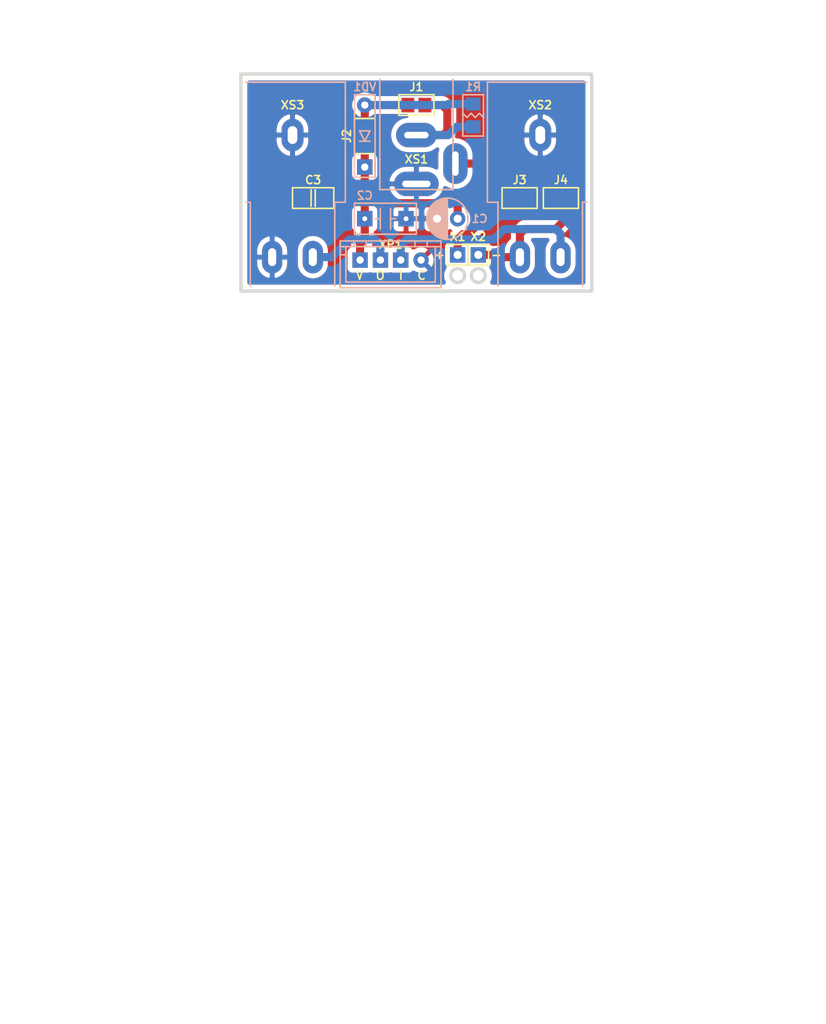
<source format=kicad_pcb>
(kicad_pcb (version 20171130) (host pcbnew 5.1.12-84ad8e8a86~92~ubuntu20.04.1)

  (general
    (thickness 1.6)
    (drawings 18)
    (tracks 54)
    (zones 0)
    (modules 16)
    (nets 9)
  )

  (page A4 portrait)
  (title_block
    (title ТКП-1.27.A-2)
    (date 2024-01-13)
    (rev 1A)
    (company "1590N1 Connector Board [REV1A] B")
    (comment 1 http://github.com/Adept666)
    (comment 2 "Igor Ivanov (Игорь Иванов)")
    (comment 3 -ТТКРЧПДЛ-)
    (comment 4 "This project is licensed under GNU General Public License v3.0 or later")
  )

  (layers
    (0 F.Cu jumper)
    (31 B.Cu signal)
    (36 B.SilkS user)
    (37 F.SilkS user)
    (38 B.Mask user)
    (39 F.Mask user)
    (40 Dwgs.User user)
    (44 Edge.Cuts user)
    (45 Margin user)
    (46 B.CrtYd user)
    (47 F.CrtYd user)
    (48 B.Fab user)
    (49 F.Fab user)
  )

  (setup
    (last_trace_width 1)
    (user_trace_width 0.6)
    (trace_clearance 0)
    (zone_clearance 0.6)
    (zone_45_only no)
    (trace_min 0.2)
    (via_size 1.5)
    (via_drill 0.5)
    (via_min_size 0.4)
    (via_min_drill 0.3)
    (uvia_size 0.3)
    (uvia_drill 0.1)
    (uvias_allowed no)
    (uvia_min_size 0)
    (uvia_min_drill 0)
    (edge_width 0.4)
    (segment_width 0.2)
    (pcb_text_width 0.3)
    (pcb_text_size 1.5 1.5)
    (mod_edge_width 0.15)
    (mod_text_size 1 1)
    (mod_text_width 0.15)
    (pad_size 1.9 1.9)
    (pad_drill 1)
    (pad_to_mask_clearance 0.2)
    (solder_mask_min_width 0.1)
    (aux_axis_origin 0 0)
    (visible_elements 7FFFFFFF)
    (pcbplotparams
      (layerselection 0x20000_7ffffffe)
      (usegerberextensions false)
      (usegerberattributes false)
      (usegerberadvancedattributes false)
      (creategerberjobfile false)
      (excludeedgelayer false)
      (linewidth 0.100000)
      (plotframeref true)
      (viasonmask false)
      (mode 1)
      (useauxorigin false)
      (hpglpennumber 1)
      (hpglpenspeed 20)
      (hpglpendiameter 15.000000)
      (psnegative false)
      (psa4output false)
      (plotreference false)
      (plotvalue true)
      (plotinvisibletext false)
      (padsonsilk true)
      (subtractmaskfromsilk false)
      (outputformat 4)
      (mirror false)
      (drillshape 0)
      (scaleselection 1)
      (outputdirectory ""))
  )

  (net 0 "")
  (net 1 COM)
  (net 2 /PP3-POS)
  (net 3 /PP3-NEG)
  (net 4 V)
  (net 5 /IN-CON)
  (net 6 /OUT-CON)
  (net 7 "Net-(J1-Pad2)")
  (net 8 "Net-(J1-Pad1)")

  (net_class Default "This is the default net class."
    (clearance 0)
    (trace_width 1)
    (via_dia 1.5)
    (via_drill 0.5)
    (uvia_dia 0.3)
    (uvia_drill 0.1)
    (add_net /IN-CON)
    (add_net /OUT-CON)
    (add_net /PP3-NEG)
    (add_net /PP3-POS)
    (add_net COM)
    (add_net "Net-(J1-Pad1)")
    (add_net "Net-(J1-Pad2)")
    (add_net V)
  )

  (module KCL-TH-ML:CON-PAD-S-1.0-1.9 (layer F.Cu) (tedit 65579383) (tstamp 6082ECA5)
    (at 110.49 157.48)
    (path /619BF442)
    (fp_text reference X1 (at 0 -2.2225) (layer F.SilkS)
      (effects (font (size 1 1) (thickness 0.2)))
    )
    (fp_text value X (at 0 2.54) (layer F.Fab)
      (effects (font (size 1 1) (thickness 0.2)))
    )
    (fp_line (start 1.27 -1.27) (end 1.27 1.27) (layer F.SilkS) (width 0.2))
    (fp_line (start -1.27 -1.27) (end -1.27 1.27) (layer F.SilkS) (width 0.2))
    (fp_line (start -1.27 1.27) (end 1.27 1.27) (layer F.SilkS) (width 0.2))
    (fp_line (start -1.27 -1.27) (end 1.27 -1.27) (layer F.SilkS) (width 0.2))
    (fp_circle (center 0 0) (end 0.5 0) (layer F.Fab) (width 0.2))
    (fp_line (start -1.27 -1.27) (end 1.27 -1.27) (layer F.CrtYd) (width 0.1))
    (fp_line (start -1.27 1.27) (end 1.27 1.27) (layer F.CrtYd) (width 0.1))
    (fp_line (start -1.27 -1.27) (end -1.27 1.27) (layer F.CrtYd) (width 0.1))
    (fp_line (start 1.27 -1.27) (end 1.27 1.27) (layer F.CrtYd) (width 0.1))
    (pad 1 thru_hole rect (at 0 0) (size 1.9 1.9) (drill 1) (layers *.Cu *.Mask)
      (net 2 /PP3-POS))
  )

  (module KCL-TH-ML:CON-PAD-S-1.0-1.9 (layer F.Cu) (tedit 65579383) (tstamp 60E19926)
    (at 113.03 157.48)
    (path /60AB555E)
    (fp_text reference X2 (at 0 -2.2225) (layer F.SilkS)
      (effects (font (size 1 1) (thickness 0.2)))
    )
    (fp_text value X (at 0 2.54) (layer F.Fab)
      (effects (font (size 1 1) (thickness 0.2)))
    )
    (fp_line (start 1.27 -1.27) (end 1.27 1.27) (layer F.SilkS) (width 0.2))
    (fp_line (start -1.27 -1.27) (end -1.27 1.27) (layer F.SilkS) (width 0.2))
    (fp_line (start -1.27 1.27) (end 1.27 1.27) (layer F.SilkS) (width 0.2))
    (fp_line (start -1.27 -1.27) (end 1.27 -1.27) (layer F.SilkS) (width 0.2))
    (fp_circle (center 0 0) (end 0.5 0) (layer F.Fab) (width 0.2))
    (fp_line (start -1.27 -1.27) (end 1.27 -1.27) (layer F.CrtYd) (width 0.1))
    (fp_line (start -1.27 1.27) (end 1.27 1.27) (layer F.CrtYd) (width 0.1))
    (fp_line (start -1.27 -1.27) (end -1.27 1.27) (layer F.CrtYd) (width 0.1))
    (fp_line (start 1.27 -1.27) (end 1.27 1.27) (layer F.CrtYd) (width 0.1))
    (pad 1 thru_hole rect (at 0 0) (size 1.9 1.9) (drill 1) (layers *.Cu *.Mask)
      (net 3 /PP3-NEG))
  )

  (module KCL-SM:J-SB-1206-2 (layer F.Cu) (tedit 61A37A89) (tstamp 61A4198C)
    (at 123.19 150.495 180)
    (path /61BCF730)
    (fp_text reference J4 (at 0 2.2225) (layer F.SilkS)
      (effects (font (size 1 1) (thickness 0.2)))
    )
    (fp_text value J4 (at 0 0.9525) (layer F.Fab)
      (effects (font (size 1 1) (thickness 0.2)))
    )
    (fp_line (start -1.05 0) (end 1.05 0) (layer F.Fab) (width 0.2))
    (fp_line (start -2.159 -1.27) (end -2.159 1.27) (layer F.SilkS) (width 0.2))
    (fp_line (start 2.159 -1.27) (end 2.159 1.27) (layer F.SilkS) (width 0.2))
    (fp_line (start -2.159 -1.27) (end 2.159 -1.27) (layer F.SilkS) (width 0.2))
    (fp_line (start -2.159 1.27) (end 2.159 1.27) (layer F.SilkS) (width 0.2))
    (fp_line (start -2.159 -1.27) (end -2.159 1.27) (layer F.CrtYd) (width 0.1))
    (fp_line (start -2.159 1.27) (end 2.159 1.27) (layer F.CrtYd) (width 0.1))
    (fp_line (start 2.159 -1.27) (end 2.159 1.27) (layer F.CrtYd) (width 0.1))
    (fp_line (start -2.159 -1.27) (end 2.159 -1.27) (layer F.CrtYd) (width 0.1))
    (pad 2 smd rect (at 1.05 0 180) (size 1.6 1.8) (layers F.Cu F.Mask)
      (net 1 COM))
    (pad 1 smd rect (at -1.05 0 180) (size 1.6 1.8) (layers F.Cu F.Mask)
      (net 3 /PP3-NEG))
  )

  (module KCL-SM:J-SB-1206-2 (layer F.Cu) (tedit 61A37A89) (tstamp 61A41975)
    (at 118.11 150.495)
    (path /61BB2CE9)
    (fp_text reference J3 (at 0 -2.2225) (layer F.SilkS)
      (effects (font (size 1 1) (thickness 0.2)))
    )
    (fp_text value J3 (at 0 -0.9525) (layer F.Fab)
      (effects (font (size 1 1) (thickness 0.2)))
    )
    (fp_line (start -1.05 0) (end 1.05 0) (layer F.Fab) (width 0.2))
    (fp_line (start -2.159 -1.27) (end -2.159 1.27) (layer F.SilkS) (width 0.2))
    (fp_line (start 2.159 -1.27) (end 2.159 1.27) (layer F.SilkS) (width 0.2))
    (fp_line (start -2.159 -1.27) (end 2.159 -1.27) (layer F.SilkS) (width 0.2))
    (fp_line (start -2.159 1.27) (end 2.159 1.27) (layer F.SilkS) (width 0.2))
    (fp_line (start -2.159 -1.27) (end -2.159 1.27) (layer F.CrtYd) (width 0.1))
    (fp_line (start -2.159 1.27) (end 2.159 1.27) (layer F.CrtYd) (width 0.1))
    (fp_line (start 2.159 -1.27) (end 2.159 1.27) (layer F.CrtYd) (width 0.1))
    (fp_line (start -2.159 -1.27) (end 2.159 -1.27) (layer F.CrtYd) (width 0.1))
    (pad 2 smd rect (at 1.05 0) (size 1.6 1.8) (layers F.Cu F.Mask)
      (net 1 COM))
    (pad 1 smd rect (at -1.05 0) (size 1.6 1.8) (layers F.Cu F.Mask)
      (net 2 /PP3-POS))
  )

  (module KCL-SM:J-SB-1206-2 (layer F.Cu) (tedit 61A37A89) (tstamp 61B6AFDF)
    (at 105.41 139.065 180)
    (path /61A32629)
    (fp_text reference J1 (at 0 2.2225) (layer F.SilkS)
      (effects (font (size 1 1) (thickness 0.2)))
    )
    (fp_text value J1 (at 0 0.9525) (layer F.Fab)
      (effects (font (size 1 1) (thickness 0.2)))
    )
    (fp_line (start -1.05 0) (end 1.05 0) (layer F.Fab) (width 0.2))
    (fp_line (start -2.159 -1.27) (end -2.159 1.27) (layer F.SilkS) (width 0.2))
    (fp_line (start 2.159 -1.27) (end 2.159 1.27) (layer F.SilkS) (width 0.2))
    (fp_line (start -2.159 -1.27) (end 2.159 -1.27) (layer F.SilkS) (width 0.2))
    (fp_line (start -2.159 1.27) (end 2.159 1.27) (layer F.SilkS) (width 0.2))
    (fp_line (start -2.159 -1.27) (end -2.159 1.27) (layer F.CrtYd) (width 0.1))
    (fp_line (start -2.159 1.27) (end 2.159 1.27) (layer F.CrtYd) (width 0.1))
    (fp_line (start 2.159 -1.27) (end 2.159 1.27) (layer F.CrtYd) (width 0.1))
    (fp_line (start -2.159 -1.27) (end 2.159 -1.27) (layer F.CrtYd) (width 0.1))
    (pad 2 smd rect (at 1.05 0 180) (size 1.6 1.8) (layers F.Cu F.Mask)
      (net 7 "Net-(J1-Pad2)"))
    (pad 1 smd rect (at -1.05 0 180) (size 1.6 1.8) (layers F.Cu F.Mask)
      (net 8 "Net-(J1-Pad1)"))
  )

  (module KCL-SM:J-SB-1206-2 (layer F.Cu) (tedit 61A37A89) (tstamp 61A2ACB8)
    (at 99.06 142.875 270)
    (path /61A33AAA)
    (fp_text reference J2 (at 0 2.2225 90) (layer F.SilkS)
      (effects (font (size 1 1) (thickness 0.2)))
    )
    (fp_text value J2 (at 0 0.9525 90) (layer F.Fab)
      (effects (font (size 1 1) (thickness 0.2)))
    )
    (fp_line (start -1.05 0) (end 1.05 0) (layer F.Fab) (width 0.2))
    (fp_line (start -2.159 -1.27) (end -2.159 1.27) (layer F.SilkS) (width 0.2))
    (fp_line (start 2.159 -1.27) (end 2.159 1.27) (layer F.SilkS) (width 0.2))
    (fp_line (start -2.159 -1.27) (end 2.159 -1.27) (layer F.SilkS) (width 0.2))
    (fp_line (start -2.159 1.27) (end 2.159 1.27) (layer F.SilkS) (width 0.2))
    (fp_line (start -2.159 -1.27) (end -2.159 1.27) (layer F.CrtYd) (width 0.1))
    (fp_line (start -2.159 1.27) (end 2.159 1.27) (layer F.CrtYd) (width 0.1))
    (fp_line (start 2.159 -1.27) (end 2.159 1.27) (layer F.CrtYd) (width 0.1))
    (fp_line (start -2.159 -1.27) (end 2.159 -1.27) (layer F.CrtYd) (width 0.1))
    (pad 2 smd rect (at 1.05 0 270) (size 1.6 1.8) (layers F.Cu F.Mask)
      (net 4 V))
    (pad 1 smd rect (at -1.05 0 270) (size 1.6 1.8) (layers F.Cu F.Mask)
      (net 7 "Net-(J1-Pad2)"))
  )

  (module KCL-VIRTUAL:B-PP3-HV (layer F.Cu) (tedit 5E590763) (tstamp 61D000C8)
    (at 105.41 172.72)
    (path /619BF44A)
    (fp_text reference GB1 (at 0 0) (layer F.SilkS) hide
      (effects (font (size 1 1) (thickness 0.2)))
    )
    (fp_text value X (at 0 1.27) (layer F.Fab) hide
      (effects (font (size 1 1) (thickness 0.2)))
    )
    (fp_line (start -24.25 -8.75) (end 24.25 -8.75) (layer Dwgs.User) (width 0.2))
    (fp_line (start -24.25 8.75) (end 24.25 8.75) (layer Dwgs.User) (width 0.2))
    (fp_line (start -24.25 -8.75) (end -24.25 8.75) (layer Dwgs.User) (width 0.2))
    (fp_line (start 24.25 -8.75) (end 24.25 8.75) (layer Dwgs.User) (width 0.2))
  )

  (module KCL-SM:R-SM-1206 (layer B.Cu) (tedit 610FE4F7) (tstamp 61CEC771)
    (at 112.395 140.335 90)
    (path /61A3ECF5)
    (fp_text reference R1 (at 3.4925 0 180) (layer B.SilkS)
      (effects (font (size 1 1) (thickness 0.2)) (justify mirror))
    )
    (fp_text value X (at 0 0 270) (layer B.Fab)
      (effects (font (size 1 1) (thickness 0.2)) (justify mirror))
    )
    (fp_line (start -2.54 1.27) (end 2.54 1.27) (layer B.CrtYd) (width 0.1))
    (fp_line (start 2.54 1.27) (end 2.54 -1.27) (layer B.CrtYd) (width 0.1))
    (fp_line (start -2.54 -1.27) (end 2.54 -1.27) (layer B.CrtYd) (width 0.1))
    (fp_line (start -2.54 1.27) (end -2.54 -1.27) (layer B.CrtYd) (width 0.1))
    (fp_line (start -0.254 0.254) (end 0.254 0.762) (layer B.SilkS) (width 0.2))
    (fp_line (start 0.254 0.762) (end -0.254 1.27) (layer B.SilkS) (width 0.2))
    (fp_line (start -0.254 0.254) (end 0.254 -0.254) (layer B.SilkS) (width 0.2))
    (fp_line (start 0.254 -0.254) (end -0.254 -0.762) (layer B.SilkS) (width 0.2))
    (fp_line (start -0.254 -0.762) (end 0.254 -1.27) (layer B.SilkS) (width 0.2))
    (fp_line (start -2.54 -1.27) (end 2.54 -1.27) (layer B.SilkS) (width 0.2))
    (fp_line (start -2.54 1.27) (end 2.54 1.27) (layer B.SilkS) (width 0.2))
    (fp_line (start 2.54 1.27) (end 2.54 -1.27) (layer B.SilkS) (width 0.2))
    (fp_line (start -2.54 1.27) (end -2.54 -1.27) (layer B.SilkS) (width 0.2))
    (fp_line (start -1.6 0.8) (end 1.6 0.8) (layer B.Fab) (width 0.2))
    (fp_line (start 1.6 0.8) (end 1.6 -0.8) (layer B.Fab) (width 0.2))
    (fp_line (start -1.6 -0.8) (end 1.6 -0.8) (layer B.Fab) (width 0.2))
    (fp_line (start -1.6 0.8) (end -1.6 -0.8) (layer B.Fab) (width 0.2))
    (pad 2 smd rect (at 1.4 0 90) (size 1.6 1.8) (layers B.Cu B.Mask)
      (net 7 "Net-(J1-Pad2)"))
    (pad 1 smd rect (at -1.4 0 90) (size 1.6 1.8) (layers B.Cu B.Mask)
      (net 8 "Net-(J1-Pad1)"))
  )

  (module KCL-SM:C-SM-1206 (layer F.Cu) (tedit 5FF35261) (tstamp 61B6D636)
    (at 92.71 150.495 180)
    (path /61BC19F4)
    (fp_text reference C3 (at 0 2.2225) (layer F.SilkS)
      (effects (font (size 1 1) (thickness 0.2)))
    )
    (fp_text value 104 (at 0 0) (layer F.Fab)
      (effects (font (size 1 1) (thickness 0.2)))
    )
    (fp_line (start -2.54 -1.27) (end 2.54 -1.27) (layer F.CrtYd) (width 0.1))
    (fp_line (start 2.54 -1.27) (end 2.54 1.27) (layer F.CrtYd) (width 0.1))
    (fp_line (start 2.54 1.27) (end -2.54 1.27) (layer F.CrtYd) (width 0.1))
    (fp_line (start -2.54 1.27) (end -2.54 -1.27) (layer F.CrtYd) (width 0.1))
    (fp_line (start -2.54 1.27) (end 2.54 1.27) (layer F.SilkS) (width 0.2))
    (fp_line (start -2.54 -1.27) (end 2.54 -1.27) (layer F.SilkS) (width 0.2))
    (fp_line (start 0.254 -1.016) (end 0.254 1.016) (layer F.SilkS) (width 0.2))
    (fp_line (start -0.254 -1.016) (end -0.254 1.016) (layer F.SilkS) (width 0.2))
    (fp_line (start 2.54 -1.27) (end 2.54 1.27) (layer F.SilkS) (width 0.2))
    (fp_line (start -2.54 -1.27) (end -2.54 1.27) (layer F.SilkS) (width 0.2))
    (fp_line (start -1.6 -0.8) (end 1.6 -0.8) (layer F.Fab) (width 0.2))
    (fp_line (start 1.6 -0.8) (end 1.6 0.8) (layer F.Fab) (width 0.2))
    (fp_line (start -1.6 0.8) (end 1.6 0.8) (layer F.Fab) (width 0.2))
    (fp_line (start -1.6 -0.8) (end -1.6 0.8) (layer F.Fab) (width 0.2))
    (pad 2 smd rect (at 1.4 0 180) (size 1.6 1.8) (layers F.Cu F.Mask)
      (net 1 COM))
    (pad 1 smd rect (at -1.4 0 180) (size 1.6 1.8) (layers F.Cu F.Mask)
      (net 4 V))
  )

  (module SBKCL-TH-ML:CON-PJ-651A-01-IN-OVAL (layer B.Cu) (tedit 62CD53D0) (tstamp 616C9C63)
    (at 120.65 135.255)
    (path /617128AA)
    (fp_text reference XS2 (at 0 3.81) (layer F.SilkS)
      (effects (font (size 1 1) (thickness 0.2)))
    )
    (fp_text value PJ-651A-01 (at 0 13.335) (layer B.Fab)
      (effects (font (size 1 1) (thickness 0.2)) (justify mirror))
    )
    (fp_line (start 5.2 16.5) (end 6.5 16.5) (layer B.CrtYd) (width 0.1))
    (fp_line (start -7.5 0) (end -7.5 -9) (layer B.CrtYd) (width 0.1))
    (fp_line (start 5.5 1) (end 6.5 1) (layer B.CrtYd) (width 0.1))
    (fp_line (start 6.5 16.5) (end 6.5 1) (layer B.CrtYd) (width 0.1))
    (fp_line (start -7.5 -9) (end 7.5 -9) (layer B.CrtYd) (width 0.1))
    (fp_line (start -5.2 26.5) (end -5.2 16.5) (layer B.CrtYd) (width 0.1))
    (fp_line (start 5.2 26.5) (end 5.2 16.5) (layer B.CrtYd) (width 0.1))
    (fp_line (start -6.5 1) (end -5.5 1) (layer B.CrtYd) (width 0.1))
    (fp_line (start -6.5 16.5) (end -6.5 1) (layer B.CrtYd) (width 0.1))
    (fp_line (start 7.5 0) (end 7.5 -9) (layer B.CrtYd) (width 0.1))
    (fp_line (start -5.5 1) (end -5.5 0) (layer B.CrtYd) (width 0.1))
    (fp_line (start -5.2 26.5) (end 5.2 26.5) (layer B.CrtYd) (width 0.1))
    (fp_line (start -6.5 16.5) (end -5.2 16.5) (layer B.CrtYd) (width 0.1))
    (fp_line (start -7.5 0) (end -5.5 0) (layer B.CrtYd) (width 0.1))
    (fp_line (start 5.5 0) (end 7.5 0) (layer B.CrtYd) (width 0.1))
    (fp_line (start 5.5 1) (end 5.5 0) (layer B.CrtYd) (width 0.1))
    (fp_line (start -6.5 15.75) (end -6.5 1) (layer B.SilkS) (width 0.2))
    (fp_line (start 5.2 15.75) (end 5.715 15.75) (layer B.SilkS) (width 0.2))
    (fp_line (start -6.5 15.75) (end -5.2 15.75) (layer B.SilkS) (width 0.2))
    (fp_line (start -6.5 1) (end 5.715 1) (layer B.SilkS) (width 0.2))
    (fp_line (start -5.2 26.035) (end -5.2 15.75) (layer B.SilkS) (width 0.2))
    (fp_line (start 5.2 26.035) (end 5.2 15.75) (layer B.SilkS) (width 0.2))
    (fp_line (start -6.928203 -0.5) (end -6.928203 -2.5) (layer B.Fab) (width 0.2))
    (fp_line (start -5.2 26.5) (end 5.2 26.5) (layer B.Fab) (width 0.2))
    (fp_line (start -5.2 26.5) (end -5.2 16.5) (layer B.Fab) (width 0.2))
    (fp_line (start -7.5 -0.5) (end 7.5 -0.5) (layer B.Fab) (width 0.2))
    (fp_line (start 6.928203 -0.5) (end 6.928203 -2.5) (layer B.Fab) (width 0.2))
    (fp_line (start -4.5 -2.5) (end -4.5 -9) (layer B.Fab) (width 0.2))
    (fp_line (start -3.464102 -0.5) (end -3.464102 -2.5) (layer B.Fab) (width 0.2))
    (fp_line (start 6.5 16.5) (end 6.5 1) (layer B.Fab) (width 0.2))
    (fp_line (start -6.5 1) (end 6.5 1) (layer B.Fab) (width 0.2))
    (fp_line (start -4.5 -9) (end 4.5 -9) (layer B.Fab) (width 0.2))
    (fp_line (start 5.2 16.5) (end 6.5 16.5) (layer B.Fab) (width 0.2))
    (fp_line (start -6.928203 -2.5) (end 6.928203 -2.5) (layer B.Fab) (width 0.2))
    (fp_line (start 4.5 -2.5) (end 4.5 -9) (layer B.Fab) (width 0.2))
    (fp_line (start 5.5 1) (end 5.5 0) (layer B.Fab) (width 0.2))
    (fp_line (start 5.2 26.5) (end 5.2 16.5) (layer B.Fab) (width 0.2))
    (fp_line (start -7.5 0) (end 7.5 0) (layer B.Fab) (width 0.2))
    (fp_line (start -5.5 1) (end -5.5 0) (layer B.Fab) (width 0.2))
    (fp_line (start -7.5 0) (end -7.5 -0.5) (layer B.Fab) (width 0.2))
    (fp_line (start 7.5 0) (end 7.5 -0.5) (layer B.Fab) (width 0.2))
    (fp_line (start -6.5 16.5) (end -5.2 16.5) (layer B.Fab) (width 0.2))
    (fp_line (start -6.5 16.5) (end -6.5 1) (layer B.Fab) (width 0.2))
    (fp_line (start 3.464102 -0.5) (end 3.464102 -2.5) (layer B.Fab) (width 0.2))
    (pad R thru_hole oval (at -2.5 22.5) (size 2.5 4) (drill oval 1 2.2) (layers *.Cu *.Mask)
      (net 3 /PP3-NEG))
    (pad T thru_hole oval (at 2.5 22.5) (size 2.5 4) (drill oval 1 2.2) (layers *.Cu *.Mask)
      (net 5 /IN-CON))
    (pad S thru_hole oval (at 0 7.5) (size 2.7 4) (drill oval 1.2 2.2) (layers *.Cu *.Mask)
      (net 1 COM))
  )

  (module SBKCL-TH-ML:CON-PJ-651A-01-OUT-OVAL (layer B.Cu) (tedit 62CD53E3) (tstamp 61CEBB0F)
    (at 90.17 135.255)
    (path /609B0F02)
    (fp_text reference XS3 (at 0 3.81) (layer F.SilkS)
      (effects (font (size 1 1) (thickness 0.2)))
    )
    (fp_text value PJ-651A-01 (at 0 13.335) (layer B.Fab)
      (effects (font (size 1 1) (thickness 0.2)) (justify mirror))
    )
    (fp_line (start 5.2 16.5) (end 6.5 16.5) (layer B.CrtYd) (width 0.1))
    (fp_line (start -7.5 0) (end -7.5 -9) (layer B.CrtYd) (width 0.1))
    (fp_line (start 5.5 1) (end 6.5 1) (layer B.CrtYd) (width 0.1))
    (fp_line (start 6.5 16.5) (end 6.5 1) (layer B.CrtYd) (width 0.1))
    (fp_line (start -7.5 -9) (end 7.5 -9) (layer B.CrtYd) (width 0.1))
    (fp_line (start -5.2 26.5) (end -5.2 16.5) (layer B.CrtYd) (width 0.1))
    (fp_line (start 5.2 26.5) (end 5.2 16.5) (layer B.CrtYd) (width 0.1))
    (fp_line (start -6.5 1) (end -5.5 1) (layer B.CrtYd) (width 0.1))
    (fp_line (start -6.5 16.5) (end -6.5 1) (layer B.CrtYd) (width 0.1))
    (fp_line (start 7.5 0) (end 7.5 -9) (layer B.CrtYd) (width 0.1))
    (fp_line (start -5.5 1) (end -5.5 0) (layer B.CrtYd) (width 0.1))
    (fp_line (start -5.2 26.5) (end 5.2 26.5) (layer B.CrtYd) (width 0.1))
    (fp_line (start -6.5 16.5) (end -5.2 16.5) (layer B.CrtYd) (width 0.1))
    (fp_line (start -7.5 0) (end -5.5 0) (layer B.CrtYd) (width 0.1))
    (fp_line (start 5.5 0) (end 7.5 0) (layer B.CrtYd) (width 0.1))
    (fp_line (start 5.5 1) (end 5.5 0) (layer B.CrtYd) (width 0.1))
    (fp_line (start 6.5 15.75) (end 6.5 1) (layer B.SilkS) (width 0.2))
    (fp_line (start 5.2 15.75) (end 6.5 15.75) (layer B.SilkS) (width 0.2))
    (fp_line (start -5.715 15.75) (end -5.2 15.75) (layer B.SilkS) (width 0.2))
    (fp_line (start -5.715 1) (end 6.5 1) (layer B.SilkS) (width 0.2))
    (fp_line (start -5.2 26.035) (end -5.2 15.75) (layer B.SilkS) (width 0.2))
    (fp_line (start 5.2 26.035) (end 5.2 15.75) (layer B.SilkS) (width 0.2))
    (fp_line (start -6.928203 -0.5) (end -6.928203 -2.5) (layer B.Fab) (width 0.2))
    (fp_line (start -5.2 26.5) (end 5.2 26.5) (layer B.Fab) (width 0.2))
    (fp_line (start -5.2 26.5) (end -5.2 16.5) (layer B.Fab) (width 0.2))
    (fp_line (start -7.5 -0.5) (end 7.5 -0.5) (layer B.Fab) (width 0.2))
    (fp_line (start 6.928203 -0.5) (end 6.928203 -2.5) (layer B.Fab) (width 0.2))
    (fp_line (start -4.5 -2.5) (end -4.5 -9) (layer B.Fab) (width 0.2))
    (fp_line (start -3.464102 -0.5) (end -3.464102 -2.5) (layer B.Fab) (width 0.2))
    (fp_line (start 6.5 16.5) (end 6.5 1) (layer B.Fab) (width 0.2))
    (fp_line (start -6.5 1) (end 6.5 1) (layer B.Fab) (width 0.2))
    (fp_line (start -4.5 -9) (end 4.5 -9) (layer B.Fab) (width 0.2))
    (fp_line (start 5.2 16.5) (end 6.5 16.5) (layer B.Fab) (width 0.2))
    (fp_line (start -6.928203 -2.5) (end 6.928203 -2.5) (layer B.Fab) (width 0.2))
    (fp_line (start 4.5 -2.5) (end 4.5 -9) (layer B.Fab) (width 0.2))
    (fp_line (start 5.5 1) (end 5.5 0) (layer B.Fab) (width 0.2))
    (fp_line (start 5.2 26.5) (end 5.2 16.5) (layer B.Fab) (width 0.2))
    (fp_line (start -7.5 0) (end 7.5 0) (layer B.Fab) (width 0.2))
    (fp_line (start -5.5 1) (end -5.5 0) (layer B.Fab) (width 0.2))
    (fp_line (start -7.5 0) (end -7.5 -0.5) (layer B.Fab) (width 0.2))
    (fp_line (start 7.5 0) (end 7.5 -0.5) (layer B.Fab) (width 0.2))
    (fp_line (start -6.5 16.5) (end -5.2 16.5) (layer B.Fab) (width 0.2))
    (fp_line (start -6.5 16.5) (end -6.5 1) (layer B.Fab) (width 0.2))
    (fp_line (start 3.464102 -0.5) (end 3.464102 -2.5) (layer B.Fab) (width 0.2))
    (pad S thru_hole oval (at 0 7.5) (size 2.7 4) (drill oval 1.2 2.2) (layers *.Cu *.Mask)
      (net 1 COM))
    (pad T thru_hole oval (at 2.5 22.5) (size 2.5 4) (drill oval 1 2.2) (layers *.Cu *.Mask)
      (net 6 /OUT-CON))
    (pad R thru_hole oval (at -2.5 22.5) (size 2.5 4) (drill oval 1 2.2) (layers *.Cu *.Mask)
      (net 1 COM))
  )

  (module SBKCL-TH-ML:CON-DC-005-9V-OVAL (layer B.Cu) (tedit 61CEB1E7) (tstamp 60995C69)
    (at 105.41 135.255)
    (path /619BF43C)
    (fp_text reference XS1 (at 0 10.4775) (layer F.SilkS)
      (effects (font (size 1 1) (thickness 0.2)))
    )
    (fp_text value DC-005 (at 0 6.985) (layer B.Fab)
      (effects (font (size 1 1) (thickness 0.2)) (justify mirror))
    )
    (fp_line (start 4.5 14.2) (end 4.5 0.635) (layer B.SilkS) (width 0.2))
    (fp_line (start -4.5 14.2) (end -4.5 0.635) (layer B.SilkS) (width 0.2))
    (fp_line (start -4.5 14.2) (end 4.5 14.2) (layer B.SilkS) (width 0.2))
    (fp_line (start -4.5 3.3) (end 4.5 3.3) (layer B.Fab) (width 0.2))
    (fp_line (start 5.2 14.2) (end 5.2 0) (layer B.CrtYd) (width 0.1))
    (fp_line (start -4.5 14.2) (end -4.5 0) (layer B.CrtYd) (width 0.1))
    (fp_line (start -4.5 0) (end 5.2 0) (layer B.CrtYd) (width 0.1))
    (fp_line (start -4.5 14.2) (end 5.2 14.2) (layer B.CrtYd) (width 0.1))
    (fp_line (start -4.5 14.2) (end -4.5 0) (layer B.Fab) (width 0.2))
    (fp_line (start -4.5 0) (end 4.5 0) (layer B.Fab) (width 0.2))
    (fp_line (start 4.5 14.2) (end 4.5 0) (layer B.Fab) (width 0.2))
    (fp_line (start -4.5 14.2) (end 4.5 14.2) (layer B.Fab) (width 0.2))
    (pad S thru_hole oval (at 0 7.5) (size 5 3) (drill oval 3 0.8) (layers *.Cu *.Mask)
      (net 8 "Net-(J1-Pad1)"))
    (pad SN thru_hole oval (at 4.8 11) (size 3 5) (drill oval 0.8 3) (layers *.Cu *.Mask)
      (net 2 /PP3-POS))
    (pad C thru_hole oval (at 0 13.5) (size 5.5 3) (drill oval 3.5 0.8) (layers *.Cu *.Mask)
      (net 1 COM))
  )

  (module KCL-TH-ML:P-DO-41 (layer B.Cu) (tedit 6110D669) (tstamp 61CEBBA7)
    (at 99.06 142.875 270)
    (path /61DC203D)
    (fp_text reference VD1 (at -6.0325 0) (layer B.SilkS)
      (effects (font (size 1 1) (thickness 0.2)) (justify mirror))
    )
    (fp_text value 5817 (at 0 0 270) (layer B.Fab)
      (effects (font (size 1 1) (thickness 0.2)) (justify mirror))
    )
    (fp_line (start 1.8175 1.1875) (end 1.8175 -1.1875) (layer B.Fab) (width 0.2))
    (fp_line (start 0.635 0.635) (end 0.635 -0.635) (layer B.SilkS) (width 0.2))
    (fp_line (start -0.635 -0.635) (end 0.635 0) (layer B.SilkS) (width 0.2))
    (fp_line (start -0.635 0.635) (end 0.635 0) (layer B.SilkS) (width 0.2))
    (fp_line (start -0.635 0.635) (end -0.635 -0.635) (layer B.SilkS) (width 0.2))
    (fp_line (start -5.08 -1.27) (end -5.08 1.27) (layer B.CrtYd) (width 0.1))
    (fp_line (start 5.08 -1.27) (end -5.08 -1.27) (layer B.CrtYd) (width 0.1))
    (fp_line (start 5.08 1.27) (end 5.08 -1.27) (layer B.CrtYd) (width 0.1))
    (fp_line (start -5.08 1.27) (end 5.08 1.27) (layer B.CrtYd) (width 0.1))
    (fp_line (start 5.08 1.27) (end 5.08 -1.27) (layer B.SilkS) (width 0.2))
    (fp_line (start -5.08 1.27) (end -5.08 -1.27) (layer B.SilkS) (width 0.2))
    (fp_line (start -5.08 -1.27) (end 5.08 -1.27) (layer B.SilkS) (width 0.2))
    (fp_line (start -5.08 1.27) (end 5.08 1.27) (layer B.SilkS) (width 0.2))
    (fp_line (start 2.3175 1.1875) (end 2.3175 -1.1875) (layer B.Fab) (width 0.2))
    (fp_line (start -2.3175 1.1875) (end -2.3175 -1.1875) (layer B.Fab) (width 0.2))
    (fp_line (start -2.3175 -1.1875) (end 2.3175 -1.1875) (layer B.Fab) (width 0.2))
    (fp_line (start -2.3175 1.1875) (end 2.3175 1.1875) (layer B.Fab) (width 0.2))
    (pad C thru_hole rect (at 3.81 0 270) (size 1.9 1.9) (drill 0.9) (layers *.Cu *.Mask)
      (net 4 V))
    (pad A thru_hole circle (at -3.81 0 270) (size 1.9 1.9) (drill 0.9) (layers *.Cu *.Mask)
      (net 7 "Net-(J1-Pad2)"))
  )

  (module KCL-TH-ML:CON-XH-B4B-A (layer B.Cu) (tedit 61A18FD4) (tstamp 61CF3AB2)
    (at 102.235 158.115 180)
    (path /61A88544)
    (fp_text reference XP1 (at 0 1.905) (layer F.SilkS)
      (effects (font (size 1 1) (thickness 0.2)))
    )
    (fp_text value B4B-XH-A (at 0 -0.635) (layer B.Fab)
      (effects (font (size 1 1) (thickness 0.2)) (justify mirror))
    )
    (fp_line (start -4.5 2.35) (end -4.5 1.65) (layer B.SilkS) (width 0.2))
    (fp_line (start 4.5 2.35) (end 4.5 1.65) (layer B.SilkS) (width 0.2))
    (fp_line (start -6.2 1.65) (end 6.2 1.65) (layer B.SilkS) (width 0.2))
    (fp_line (start 6.2 2.35) (end 6.2 -3.4) (layer B.SilkS) (width 0.2))
    (fp_line (start -5.5 1.65) (end -5.5 -2.7) (layer B.SilkS) (width 0.2))
    (fp_line (start -6.2 2.35) (end -6.2 -3.4) (layer B.SilkS) (width 0.2))
    (fp_line (start 5.5 0.65) (end 6.2 0.65) (layer B.SilkS) (width 0.2))
    (fp_line (start 5.5 1.65) (end 5.5 -2.7) (layer B.SilkS) (width 0.2))
    (fp_line (start -5.5 -2.7) (end 5.5 -2.7) (layer B.SilkS) (width 0.2))
    (fp_line (start -3 2.35) (end -3 1.65) (layer B.SilkS) (width 0.2))
    (fp_line (start -6.2 0.65) (end -5.5 0.65) (layer B.SilkS) (width 0.2))
    (fp_line (start 3 2.35) (end 3 1.65) (layer B.SilkS) (width 0.2))
    (fp_line (start -6.2 -3.4) (end 6.2 -3.4) (layer B.SilkS) (width 0.2))
    (fp_line (start -6.2 2.35) (end 6.2 2.35) (layer B.SilkS) (width 0.2))
    (fp_line (start 4.5 2.35) (end 4.5 1.65) (layer B.Fab) (width 0.2))
    (fp_line (start -3 2.35) (end -3 1.65) (layer B.Fab) (width 0.2))
    (fp_line (start -6.2 2.35) (end -6.2 -3.4) (layer B.Fab) (width 0.2))
    (fp_line (start 5.5 1.65) (end 5.5 -2.7) (layer B.Fab) (width 0.2))
    (fp_line (start 6.2 2.35) (end 6.2 -3.4) (layer B.Fab) (width 0.2))
    (fp_line (start -6.2 2.35) (end 6.2 2.35) (layer B.Fab) (width 0.2))
    (fp_line (start 6.2 2.35) (end 6.2 -3.4) (layer B.CrtYd) (width 0.1))
    (fp_line (start -5.5 1.65) (end -5.5 -2.7) (layer B.Fab) (width 0.2))
    (fp_line (start -6.2 -3.4) (end 6.2 -3.4) (layer B.CrtYd) (width 0.1))
    (fp_line (start -6.2 1.65) (end 6.2 1.65) (layer B.Fab) (width 0.2))
    (fp_line (start -6.2 0.65) (end -5.5 0.65) (layer B.Fab) (width 0.2))
    (fp_line (start 3 2.35) (end 3 1.65) (layer B.Fab) (width 0.2))
    (fp_line (start -5.5 -2.7) (end 5.5 -2.7) (layer B.Fab) (width 0.2))
    (fp_line (start -6.2 2.35) (end -6.2 -3.4) (layer B.CrtYd) (width 0.1))
    (fp_line (start -6.2 2.35) (end 6.2 2.35) (layer B.CrtYd) (width 0.1))
    (fp_line (start -6.2 -3.4) (end 6.2 -3.4) (layer B.Fab) (width 0.2))
    (fp_line (start -4.5 2.35) (end -4.5 1.65) (layer B.Fab) (width 0.2))
    (fp_line (start 5.5 0.65) (end 6.2 0.65) (layer B.Fab) (width 0.2))
    (pad 1 thru_hole circle (at -3.75 0 180) (size 1.9 1.9) (drill 0.9) (layers *.Cu *.Mask)
      (net 1 COM))
    (pad 2 thru_hole rect (at -1.25 0 180) (size 1.9 1.9) (drill 0.9) (layers *.Cu *.Mask)
      (net 5 /IN-CON))
    (pad 3 thru_hole rect (at 1.25 0 180) (size 1.9 1.9) (drill 0.9) (layers *.Cu *.Mask)
      (net 6 /OUT-CON))
    (pad 4 thru_hole rect (at 3.75 0 180) (size 1.9 1.9) (drill 0.9) (layers *.Cu *.Mask)
      (net 4 V))
  )

  (module KCL-TH-ML:C-DISK-D04.2-T03.0-P05.08-d0.5 (layer B.Cu) (tedit 616F04F4) (tstamp 61CEC475)
    (at 101.6 153.035)
    (path /619BF43D)
    (fp_text reference C2 (at -2.54 -2.8575) (layer B.SilkS)
      (effects (font (size 1 1) (thickness 0.2)) (justify mirror))
    )
    (fp_text value 104 (at 0 0) (layer B.Fab)
      (effects (font (size 1 1) (thickness 0.2)) (justify mirror))
    )
    (fp_line (start -0.6 1.5) (end 0.6 1.5) (layer B.Fab) (width 0.2))
    (fp_line (start -0.6 -1.5) (end 0.6 -1.5) (layer B.Fab) (width 0.2))
    (fp_line (start -3.81 1.905) (end 3.81 1.905) (layer B.SilkS) (width 0.2))
    (fp_line (start -3.81 -1.905) (end 3.81 -1.905) (layer B.SilkS) (width 0.2))
    (fp_line (start -3.81 1.905) (end -3.81 -1.905) (layer B.SilkS) (width 0.2))
    (fp_line (start 3.81 1.905) (end 3.81 -1.905) (layer B.SilkS) (width 0.2))
    (fp_line (start -1.27 0) (end -0.635 0) (layer B.SilkS) (width 0.2))
    (fp_line (start 0.635 0) (end 1.27 0) (layer B.SilkS) (width 0.2))
    (fp_line (start -0.635 1.27) (end -0.635 -1.27) (layer B.SilkS) (width 0.2))
    (fp_line (start 0.635 1.27) (end 0.635 -1.27) (layer B.SilkS) (width 0.2))
    (fp_line (start -3.81 1.905) (end 3.81 1.905) (layer B.CrtYd) (width 0.1))
    (fp_line (start -3.81 -1.905) (end 3.81 -1.905) (layer B.CrtYd) (width 0.1))
    (fp_line (start -3.81 1.905) (end -3.81 -1.905) (layer B.CrtYd) (width 0.1))
    (fp_line (start 3.81 1.905) (end 3.81 -1.905) (layer B.CrtYd) (width 0.1))
    (fp_arc (start 0.6 0) (end 0.6 -1.5) (angle 180) (layer B.Fab) (width 0.2))
    (fp_arc (start -0.6 0) (end -0.6 1.5) (angle 180) (layer B.Fab) (width 0.2))
    (pad 1 thru_hole rect (at -2.54 0) (size 1.9 1.9) (drill 0.6) (layers *.Cu *.Mask)
      (net 4 V))
    (pad 2 thru_hole rect (at 2.54 0) (size 1.9 1.9) (drill 0.6) (layers *.Cu *.Mask)
      (net 1 COM))
  )

  (module KCL-TH-ML:CP-RADIAL-D05.0-P02.0-CLS (layer B.Cu) (tedit 616F0A79) (tstamp 61B6BBC0)
    (at 109.22 153.035 180)
    (path /60AB555F)
    (fp_text reference C1 (at -2.8575 0 180) (layer B.SilkS)
      (effects (font (size 1 1) (thickness 0.2)) (justify right mirror))
    )
    (fp_text value 476 (at 0 0 180) (layer B.Fab)
      (effects (font (size 1 1) (thickness 0.2)) (justify mirror))
    )
    (fp_circle (center 0 0) (end 2.54 0) (layer B.CrtYd) (width 0.1))
    (fp_circle (center 0 0) (end 2.5 0) (layer B.Fab) (width 0.2))
    (fp_poly (pts (xy 0 2.54) (xy 0.762 2.413) (xy 1.905 1.651) (xy 2.54 0)
      (xy 1.905 -1.651) (xy 0.762 -2.413) (xy 0 -2.54)) (layer B.SilkS) (width 0.2))
    (fp_circle (center 0 0) (end 2.54 0) (layer B.SilkS) (width 0.2))
    (pad - thru_hole roundrect (at 1.27 0 180) (size 1.9 1.9) (drill 1) (layers *.Cu *.Mask) (roundrect_rratio 0.3)
      (net 1 COM))
    (pad + thru_hole circle (at -1.27 0 180) (size 1.9 1.9) (drill 1) (layers *.Cu *.Mask)
      (net 4 V))
  )

  (gr_text "1. R1 не устанавливать." (at 119.83 246.38) (layer B.Fab) (tstamp 65A2C8D1)
    (effects (font (size 2.54 2.54) (thickness 0.2)) (justify left mirror))
  )
  (gr_text "2. Установить либо C2, либо C3." (at 119.83 250.19) (layer B.Fab) (tstamp 65A2C8C9)
    (effects (font (size 2.54 2.54) (thickness 0.2)) (justify left mirror))
  )
  (gr_text "4. X1 и X2 не устанавливать." (at 90.17 250.19) (layer F.Fab) (tstamp 65A2C589)
    (effects (font (size 2.54 2.54) (thickness 0.2)) (justify left))
  )
  (gr_text "1. Установить либо C2, либо C3." (at 90.17 238.76) (layer F.Fab) (tstamp 65A2C589)
    (effects (font (size 2.54 2.54) (thickness 0.2)) (justify left))
  )
  (gr_text "2. J2 оставить разомкнутой." (at 90.17 242.57) (layer F.Fab) (tstamp 65A2C581)
    (effects (font (size 2.54 2.54) (thickness 0.2)) (justify left))
  )
  (gr_text "3. J1, J3 и J4 замкнуть." (at 90.17 246.38) (layer F.Fab)
    (effects (font (size 2.54 2.54) (thickness 0.2)) (justify left))
  )
  (gr_text C (at 106.045 160.02) (layer F.SilkS) (tstamp 61DAA3FD)
    (effects (font (size 1 1) (thickness 0.2)))
  )
  (gr_text I (at 103.505 160.02) (layer F.SilkS) (tstamp 61DAA3FD)
    (effects (font (size 1 1) (thickness 0.2)))
  )
  (gr_text O (at 100.965 160.02) (layer F.SilkS) (tstamp 61DAA3FD)
    (effects (font (size 1 1) (thickness 0.2)))
  )
  (gr_text V (at 98.425 160.02) (layer F.SilkS)
    (effects (font (size 1 1) (thickness 0.2)))
  )
  (gr_text - (at 115.2525 157.48) (layer F.SilkS) (tstamp 61CFF1CA)
    (effects (font (size 1 1) (thickness 0.2)))
  )
  (gr_text + (at 108.2675 157.48) (layer F.SilkS) (tstamp 61CFF21B)
    (effects (font (size 1 1) (thickness 0.2)))
  )
  (gr_line (start 83.82 135.255) (end 83.82 161.925) (layer Edge.Cuts) (width 0.4) (tstamp 619068B3))
  (gr_line (start 127 135.255) (end 127 161.925) (layer Edge.Cuts) (width 0.4) (tstamp 619068B2))
  (gr_line (start 83.82 161.925) (end 127 161.925) (layer Edge.Cuts) (width 0.4) (tstamp 619068A0))
  (gr_circle (center 113.03 160.02) (end 113.88 160.02) (layer Edge.Cuts) (width 0.4) (tstamp 61A2AD88))
  (gr_circle (center 110.49 160.02) (end 111.34 160.02) (layer Edge.Cuts) (width 0.4) (tstamp 6082ECCC))
  (gr_line (start 83.82 135.255) (end 127 135.255) (layer Edge.Cuts) (width 0.4))

  (segment (start 113.03 146.685) (end 113.03 150.495) (width 1) (layer F.Cu) (net 2))
  (segment (start 112.6 146.255) (end 113.03 146.685) (width 1) (layer F.Cu) (net 2))
  (segment (start 110.21 146.255) (end 112.6 146.255) (width 1) (layer F.Cu) (net 2))
  (segment (start 117.06 150.495) (end 113.03 150.495) (width 1) (layer F.Cu) (net 2))
  (segment (start 110.49 155.575) (end 110.49 157.48) (width 1) (layer F.Cu) (net 2))
  (segment (start 111.125 154.94) (end 110.49 155.575) (width 1) (layer F.Cu) (net 2))
  (segment (start 111.76 154.94) (end 111.125 154.94) (width 1) (layer F.Cu) (net 2))
  (segment (start 113.03 153.67) (end 111.76 154.94) (width 1) (layer F.Cu) (net 2))
  (segment (start 113.03 150.495) (end 113.03 153.67) (width 1) (layer F.Cu) (net 2))
  (segment (start 118.15 157.755) (end 115.845 157.755) (width 1) (layer F.Cu) (net 3))
  (segment (start 115.57 157.48) (end 115.845 157.755) (width 1) (layer F.Cu) (net 3))
  (segment (start 113.03 157.48) (end 115.57 157.48) (width 1) (layer F.Cu) (net 3))
  (segment (start 124.24 152.62) (end 124.24 150.495) (width 1) (layer F.Cu) (net 3))
  (segment (start 122.555 154.305) (end 124.24 152.62) (width 1) (layer F.Cu) (net 3))
  (segment (start 118.745 154.305) (end 122.555 154.305) (width 1) (layer F.Cu) (net 3))
  (segment (start 118.15 154.9) (end 118.745 154.305) (width 1) (layer F.Cu) (net 3))
  (segment (start 118.15 157.755) (end 118.15 154.9) (width 1) (layer F.Cu) (net 3))
  (segment (start 99.06 143.925) (end 99.06 146.685) (width 1) (layer F.Cu) (net 4))
  (segment (start 99.06 153.035) (end 99.06 155.575) (width 1) (layer F.Cu) (net 4))
  (segment (start 98.485 156.15) (end 99.06 155.575) (width 1) (layer F.Cu) (net 4))
  (segment (start 98.485 158.115) (end 98.485 156.15) (width 1) (layer F.Cu) (net 4))
  (segment (start 94.11 150.495) (end 99.06 150.495) (width 1) (layer F.Cu) (net 4))
  (segment (start 99.06 150.495) (end 99.06 153.035) (width 1) (layer F.Cu) (net 4))
  (segment (start 99.06 146.685) (end 99.06 150.495) (width 1) (layer F.Cu) (net 4))
  (segment (start 110.49 151.4475) (end 110.49 153.035) (width 1) (layer F.Cu) (net 4))
  (segment (start 110.1725 151.13) (end 110.49 151.4475) (width 1) (layer F.Cu) (net 4))
  (segment (start 102.87 151.13) (end 110.1725 151.13) (width 1) (layer F.Cu) (net 4) (tstamp 61CEB8D7))
  (segment (start 102.235 150.495) (end 102.87 151.13) (width 1) (layer F.Cu) (net 4))
  (segment (start 99.06 150.495) (end 102.235 150.495) (width 1) (layer F.Cu) (net 4))
  (segment (start 122.555 154.305) (end 123.15 154.9) (width 1) (layer B.Cu) (net 5))
  (segment (start 123.15 154.9) (end 123.15 157.755) (width 1) (layer B.Cu) (net 5))
  (segment (start 116.205 154.305) (end 122.555 154.305) (width 1) (layer B.Cu) (net 5))
  (segment (start 114.935 155.575) (end 116.205 154.305) (width 1) (layer B.Cu) (net 5))
  (segment (start 103.485 156.23) (end 104.14 155.575) (width 1) (layer B.Cu) (net 5))
  (segment (start 104.14 155.575) (end 114.935 155.575) (width 1) (layer B.Cu) (net 5))
  (segment (start 103.485 158.115) (end 103.485 156.23) (width 1) (layer B.Cu) (net 5))
  (segment (start 100.33 155.575) (end 100.985 156.23) (width 1) (layer B.Cu) (net 6))
  (segment (start 97.155 155.575) (end 100.33 155.575) (width 1) (layer B.Cu) (net 6))
  (segment (start 100.985 156.23) (end 100.985 158.115) (width 1) (layer B.Cu) (net 6))
  (segment (start 94.975 157.755) (end 97.155 155.575) (width 1) (layer B.Cu) (net 6))
  (segment (start 92.67 157.755) (end 94.975 157.755) (width 1) (layer B.Cu) (net 6))
  (segment (start 109.22 139.065) (end 99.06 139.065) (width 1) (layer B.Cu) (net 7))
  (segment (start 109.35 138.935) (end 109.22 139.065) (width 1) (layer B.Cu) (net 7))
  (segment (start 112.395 138.935) (end 109.35 138.935) (width 1) (layer B.Cu) (net 7))
  (segment (start 99.06 141.825) (end 99.06 139.065) (width 1) (layer F.Cu) (net 7))
  (segment (start 104.36 139.065) (end 99.06 139.065) (width 1) (layer F.Cu) (net 7))
  (segment (start 105.41 142.755) (end 109.34 142.755) (width 1) (layer B.Cu) (net 8))
  (segment (start 110.36 141.735) (end 109.34 142.755) (width 1) (layer B.Cu) (net 8))
  (segment (start 112.395 141.735) (end 110.36 141.735) (width 1) (layer B.Cu) (net 8))
  (segment (start 105.41 142.755) (end 108.705 142.755) (width 1) (layer F.Cu) (net 8))
  (segment (start 108.705 142.755) (end 109.22 142.24) (width 1) (layer F.Cu) (net 8))
  (segment (start 109.22 142.24) (end 109.22 139.7) (width 1) (layer F.Cu) (net 8))
  (segment (start 109.22 139.7) (end 108.585 139.065) (width 1) (layer F.Cu) (net 8))
  (segment (start 106.46 139.065) (end 108.585 139.065) (width 1) (layer F.Cu) (net 8))

  (zone (net 1) (net_name COM) (layer B.Cu) (tstamp 61B6DEBC) (hatch edge 0.508)
    (connect_pads (clearance 0.6))
    (min_thickness 0.5)
    (fill yes (arc_segments 32) (thermal_gap 0.6) (thermal_bridge_width 0.6))
    (polygon
      (pts
        (xy 82.55 133.985) (xy 128.27 133.985) (xy 128.27 163.195) (xy 82.55 163.195)
      )
    )
    (filled_polygon
      (pts
        (xy 125.950001 160.875) (xy 114.744034 160.875) (xy 114.867325 160.577347) (xy 114.940755 160.208193) (xy 114.940755 159.831807)
        (xy 114.867325 159.462653) (xy 114.723289 159.114918) (xy 114.630933 158.976697) (xy 114.690168 158.904519) (xy 114.769097 158.756855)
        (xy 114.8177 158.596629) (xy 114.834112 158.43) (xy 114.834112 156.925) (xy 114.868681 156.925) (xy 114.935 156.931532)
        (xy 115.001319 156.925) (xy 115.001321 156.925) (xy 115.199646 156.905467) (xy 115.454122 156.828272) (xy 115.688649 156.702915)
        (xy 115.894213 156.534213) (xy 115.936491 156.482697) (xy 116.191214 156.227975) (xy 116.080385 156.593329) (xy 116.05 156.901834)
        (xy 116.05 158.608167) (xy 116.080386 158.916672) (xy 116.200466 159.312524) (xy 116.395466 159.677343) (xy 116.657892 159.997109)
        (xy 116.977658 160.259535) (xy 117.342477 160.454535) (xy 117.738329 160.574615) (xy 118.15 160.615161) (xy 118.561672 160.574615)
        (xy 118.957524 160.454535) (xy 119.322343 160.259535) (xy 119.642109 159.997109) (xy 119.904535 159.677343) (xy 120.099535 159.312524)
        (xy 120.219615 158.916671) (xy 120.25 158.608166) (xy 120.25 156.901833) (xy 120.219615 156.593328) (xy 120.099535 156.197476)
        (xy 119.904535 155.832657) (xy 119.758735 155.655) (xy 121.541265 155.655) (xy 121.395465 155.832657) (xy 121.200465 156.197477)
        (xy 121.080385 156.593329) (xy 121.05 156.901834) (xy 121.05 158.608167) (xy 121.080386 158.916672) (xy 121.200466 159.312524)
        (xy 121.395466 159.677343) (xy 121.657892 159.997109) (xy 121.977658 160.259535) (xy 122.342477 160.454535) (xy 122.738329 160.574615)
        (xy 123.15 160.615161) (xy 123.561672 160.574615) (xy 123.957524 160.454535) (xy 124.322343 160.259535) (xy 124.642109 159.997109)
        (xy 124.904535 159.677343) (xy 125.099535 159.312524) (xy 125.219615 158.916671) (xy 125.25 158.608166) (xy 125.25 156.901833)
        (xy 125.219615 156.593328) (xy 125.099535 156.197476) (xy 124.904535 155.832657) (xy 124.642109 155.512891) (xy 124.5 155.396265)
        (xy 124.5 154.96631) (xy 124.506531 154.899999) (xy 124.5 154.833688) (xy 124.5 154.833679) (xy 124.480467 154.635354)
        (xy 124.403272 154.380878) (xy 124.277915 154.146351) (xy 124.109212 153.940787) (xy 124.057701 153.898513) (xy 123.556491 153.397303)
        (xy 123.514213 153.345787) (xy 123.308649 153.177085) (xy 123.074122 153.051728) (xy 122.819646 152.974533) (xy 122.621321 152.955)
        (xy 122.621319 152.955) (xy 122.555 152.948468) (xy 122.488681 152.955) (xy 116.27131 152.955) (xy 116.204999 152.948469)
        (xy 116.138688 152.955) (xy 116.138679 152.955) (xy 115.940354 152.974533) (xy 115.685878 153.051728) (xy 115.576707 153.110081)
        (xy 115.45135 153.177085) (xy 115.297301 153.30351) (xy 115.297298 153.303513) (xy 115.245787 153.345787) (xy 115.203513 153.397298)
        (xy 114.375812 154.225) (xy 111.845584 154.225) (xy 111.888151 154.182433) (xy 112.085139 153.88762) (xy 112.220827 153.560041)
        (xy 112.29 153.212284) (xy 112.29 152.857716) (xy 112.220827 152.509959) (xy 112.085139 152.18238) (xy 111.888151 151.887567)
        (xy 111.637433 151.636849) (xy 111.34262 151.439861) (xy 111.015041 151.304173) (xy 110.667284 151.235) (xy 110.312716 151.235)
        (xy 109.964959 151.304173) (xy 109.63738 151.439861) (xy 109.529372 151.512029) (xy 109.503949 151.481051) (xy 109.37452 151.374831)
        (xy 109.226855 151.295902) (xy 109.066629 151.247299) (xy 108.9 151.230887) (xy 108.2125 151.235) (xy 108 151.4475)
        (xy 108 152.985) (xy 108.02 152.985) (xy 108.02 153.085) (xy 108 153.085) (xy 108 153.105)
        (xy 107.9 153.105) (xy 107.9 153.085) (xy 106.3625 153.085) (xy 106.15 153.2975) (xy 106.145887 153.985)
        (xy 106.162299 154.151629) (xy 106.184555 154.225) (xy 105.905445 154.225) (xy 105.927701 154.151629) (xy 105.944113 153.985)
        (xy 105.94 153.2975) (xy 105.7275 153.085) (xy 104.19 153.085) (xy 104.19 153.105) (xy 104.09 153.105)
        (xy 104.09 153.085) (xy 102.5525 153.085) (xy 102.34 153.2975) (xy 102.335887 153.985) (xy 102.352299 154.151629)
        (xy 102.400902 154.311855) (xy 102.479831 154.45952) (xy 102.586051 154.588949) (xy 102.71548 154.695169) (xy 102.863145 154.774098)
        (xy 102.992481 154.813331) (xy 102.577299 155.228513) (xy 102.525788 155.270787) (xy 102.483514 155.322298) (xy 102.48351 155.322302)
        (xy 102.357085 155.476351) (xy 102.235 155.704757) (xy 102.112915 155.476351) (xy 101.944212 155.270787) (xy 101.892701 155.228513)
        (xy 101.33149 154.667302) (xy 101.289213 154.615787) (xy 101.083649 154.447085) (xy 100.849122 154.321728) (xy 100.80057 154.307)
        (xy 100.8477 154.151629) (xy 100.864112 153.985) (xy 100.864112 152.085) (xy 102.335887 152.085) (xy 102.34 152.7725)
        (xy 102.5525 152.985) (xy 104.09 152.985) (xy 104.09 151.4475) (xy 104.19 151.4475) (xy 104.19 152.985)
        (xy 105.7275 152.985) (xy 105.94 152.7725) (xy 105.944113 152.085) (xy 106.145887 152.085) (xy 106.15 152.7725)
        (xy 106.3625 152.985) (xy 107.9 152.985) (xy 107.9 151.4475) (xy 107.6875 151.235) (xy 107 151.230887)
        (xy 106.833371 151.247299) (xy 106.673145 151.295902) (xy 106.52548 151.374831) (xy 106.396051 151.481051) (xy 106.289831 151.61048)
        (xy 106.210902 151.758145) (xy 106.162299 151.918371) (xy 106.145887 152.085) (xy 105.944113 152.085) (xy 105.927701 151.918371)
        (xy 105.879098 151.758145) (xy 105.800169 151.61048) (xy 105.693949 151.481051) (xy 105.56452 151.374831) (xy 105.416855 151.295902)
        (xy 105.256629 151.247299) (xy 105.09 151.230887) (xy 104.4025 151.235) (xy 104.19 151.4475) (xy 104.09 151.4475)
        (xy 103.8775 151.235) (xy 103.19 151.230887) (xy 103.023371 151.247299) (xy 102.863145 151.295902) (xy 102.71548 151.374831)
        (xy 102.586051 151.481051) (xy 102.479831 151.61048) (xy 102.400902 151.758145) (xy 102.352299 151.918371) (xy 102.335887 152.085)
        (xy 100.864112 152.085) (xy 100.8477 151.918371) (xy 100.799097 151.758145) (xy 100.720168 151.610481) (xy 100.613948 151.481052)
        (xy 100.484519 151.374832) (xy 100.336855 151.295903) (xy 100.176629 151.2473) (xy 100.01 151.230888) (xy 98.11 151.230888)
        (xy 97.943371 151.2473) (xy 97.783145 151.295903) (xy 97.635481 151.374832) (xy 97.506052 151.481052) (xy 97.399832 151.610481)
        (xy 97.320903 151.758145) (xy 97.2723 151.918371) (xy 97.255888 152.085) (xy 97.255888 153.985) (xy 97.2723 154.151629)
        (xy 97.294556 154.225) (xy 97.221319 154.225) (xy 97.155 154.218468) (xy 97.088681 154.225) (xy 97.088679 154.225)
        (xy 96.890354 154.244533) (xy 96.695105 154.303761) (xy 96.635877 154.321728) (xy 96.42742 154.433151) (xy 96.401351 154.447085)
        (xy 96.195787 154.615787) (xy 96.15351 154.667302) (xy 94.62042 156.200392) (xy 94.619535 156.197476) (xy 94.424535 155.832657)
        (xy 94.162109 155.512891) (xy 93.842343 155.250465) (xy 93.477523 155.055465) (xy 93.081671 154.935385) (xy 92.67 154.894839)
        (xy 92.258328 154.935385) (xy 91.862476 155.055465) (xy 91.497657 155.250465) (xy 91.177891 155.512891) (xy 90.915465 155.832657)
        (xy 90.720465 156.197477) (xy 90.600385 156.593329) (xy 90.57 156.901834) (xy 90.57 158.608167) (xy 90.600386 158.916672)
        (xy 90.720466 159.312524) (xy 90.915466 159.677343) (xy 91.177892 159.997109) (xy 91.497658 160.259535) (xy 91.862477 160.454535)
        (xy 92.258329 160.574615) (xy 92.67 160.615161) (xy 93.081672 160.574615) (xy 93.477524 160.454535) (xy 93.842343 160.259535)
        (xy 94.162109 159.997109) (xy 94.424535 159.677343) (xy 94.619535 159.312524) (xy 94.682486 159.105) (xy 94.908681 159.105)
        (xy 94.975 159.111532) (xy 95.041319 159.105) (xy 95.041321 159.105) (xy 95.239646 159.085467) (xy 95.494122 159.008272)
        (xy 95.728649 158.882915) (xy 95.934213 158.714213) (xy 95.976491 158.662697) (xy 96.680888 157.9583) (xy 96.680888 159.065)
        (xy 96.6973 159.231629) (xy 96.745903 159.391855) (xy 96.824832 159.539519) (xy 96.931052 159.668948) (xy 97.060481 159.775168)
        (xy 97.208145 159.854097) (xy 97.368371 159.9027) (xy 97.535 159.919112) (xy 99.435 159.919112) (xy 99.601629 159.9027)
        (xy 99.735 159.862243) (xy 99.868371 159.9027) (xy 100.035 159.919112) (xy 101.935 159.919112) (xy 102.101629 159.9027)
        (xy 102.235 159.862243) (xy 102.368371 159.9027) (xy 102.535 159.919112) (xy 104.435 159.919112) (xy 104.601629 159.9027)
        (xy 104.761855 159.854097) (xy 104.909519 159.775168) (xy 105.038948 159.668948) (xy 105.050233 159.655197) (xy 105.273463 159.777873)
        (xy 105.611545 159.884735) (xy 105.963979 159.923587) (xy 106.317221 159.892936) (xy 106.657695 159.793961) (xy 106.972318 159.630463)
        (xy 107.007276 159.607107) (xy 107.077781 159.278492) (xy 105.985 158.185711) (xy 105.970858 158.199853) (xy 105.900147 158.129142)
        (xy 105.914289 158.115) (xy 105.900147 158.100858) (xy 105.970858 158.030147) (xy 105.985 158.044289) (xy 105.999142 158.030147)
        (xy 106.069853 158.100858) (xy 106.055711 158.115) (xy 107.148492 159.207781) (xy 107.477107 159.137276) (xy 107.647873 158.826537)
        (xy 107.754735 158.488455) (xy 107.793587 158.136021) (xy 107.762936 157.782779) (xy 107.663961 157.442305) (xy 107.500463 157.127682)
        (xy 107.477107 157.092724) (xy 107.148494 157.022219) (xy 107.245713 156.925) (xy 108.685888 156.925) (xy 108.685888 158.43)
        (xy 108.7023 158.596629) (xy 108.750903 158.756855) (xy 108.829832 158.904519) (xy 108.889067 158.976697) (xy 108.796711 159.114918)
        (xy 108.652675 159.462653) (xy 108.579245 159.831807) (xy 108.579245 160.208193) (xy 108.652675 160.577347) (xy 108.775966 160.875)
        (xy 84.87 160.875) (xy 84.87 157.805) (xy 85.57 157.805) (xy 85.57 158.555) (xy 85.620105 158.963729)
        (xy 85.748987 159.354829) (xy 85.951692 159.713271) (xy 86.220431 160.02528) (xy 86.544876 160.278865) (xy 86.912559 160.464281)
        (xy 87.292196 160.570736) (xy 87.62 160.391838) (xy 87.62 157.805) (xy 87.72 157.805) (xy 87.72 160.391838)
        (xy 88.047804 160.570736) (xy 88.427441 160.464281) (xy 88.795124 160.278865) (xy 89.119569 160.02528) (xy 89.388308 159.713271)
        (xy 89.591013 159.354829) (xy 89.719895 158.963729) (xy 89.77 158.555) (xy 89.77 157.805) (xy 87.72 157.805)
        (xy 87.62 157.805) (xy 85.57 157.805) (xy 84.87 157.805) (xy 84.87 156.955) (xy 85.57 156.955)
        (xy 85.57 157.705) (xy 87.62 157.705) (xy 87.62 155.118162) (xy 87.72 155.118162) (xy 87.72 157.705)
        (xy 89.77 157.705) (xy 89.77 156.955) (xy 89.719895 156.546271) (xy 89.591013 156.155171) (xy 89.388308 155.796729)
        (xy 89.119569 155.48472) (xy 88.795124 155.231135) (xy 88.427441 155.045719) (xy 88.047804 154.939264) (xy 87.72 155.118162)
        (xy 87.62 155.118162) (xy 87.292196 154.939264) (xy 86.912559 155.045719) (xy 86.544876 155.231135) (xy 86.220431 155.48472)
        (xy 85.951692 155.796729) (xy 85.748987 156.155171) (xy 85.620105 156.546271) (xy 85.57 156.955) (xy 84.87 156.955)
        (xy 84.87 149.171922) (xy 101.84728 149.171922) (xy 101.969747 149.608111) (xy 102.178266 150.019016) (xy 102.462942 150.381345)
        (xy 102.812835 150.681175) (xy 103.214499 150.906983) (xy 103.652498 151.050091) (xy 104.11 151.105) (xy 105.36 151.105)
        (xy 105.36 148.805) (xy 102.023085 148.805) (xy 101.84728 149.171922) (xy 84.87 149.171922) (xy 84.87 145.735)
        (xy 97.255888 145.735) (xy 97.255888 147.635) (xy 97.2723 147.801629) (xy 97.320903 147.961855) (xy 97.399832 148.109519)
        (xy 97.506052 148.238948) (xy 97.635481 148.345168) (xy 97.783145 148.424097) (xy 97.943371 148.4727) (xy 98.11 148.489112)
        (xy 100.01 148.489112) (xy 100.176629 148.4727) (xy 100.336855 148.424097) (xy 100.484519 148.345168) (xy 100.493158 148.338078)
        (xy 101.84728 148.338078) (xy 102.023085 148.705) (xy 105.36 148.705) (xy 105.36 146.405) (xy 104.11 146.405)
        (xy 103.652498 146.459909) (xy 103.214499 146.603017) (xy 102.812835 146.828825) (xy 102.462942 147.128655) (xy 102.178266 147.490984)
        (xy 101.969747 147.901889) (xy 101.84728 148.338078) (xy 100.493158 148.338078) (xy 100.613948 148.238948) (xy 100.720168 148.109519)
        (xy 100.799097 147.961855) (xy 100.8477 147.801629) (xy 100.864112 147.635) (xy 100.864112 145.735) (xy 100.8477 145.568371)
        (xy 100.799097 145.408145) (xy 100.720168 145.260481) (xy 100.613948 145.131052) (xy 100.484519 145.024832) (xy 100.336855 144.945903)
        (xy 100.176629 144.8973) (xy 100.01 144.880888) (xy 98.11 144.880888) (xy 97.943371 144.8973) (xy 97.783145 144.945903)
        (xy 97.635481 145.024832) (xy 97.506052 145.131052) (xy 97.399832 145.260481) (xy 97.320903 145.408145) (xy 97.2723 145.568371)
        (xy 97.255888 145.735) (xy 84.87 145.735) (xy 84.87 142.805) (xy 87.97 142.805) (xy 87.97 143.455)
        (xy 88.022027 143.883238) (xy 88.156599 144.293098) (xy 88.368545 144.668828) (xy 88.64972 144.99599) (xy 88.989319 145.262011)
        (xy 89.37429 145.456668) (xy 89.776549 145.569532) (xy 90.12 145.391871) (xy 90.12 142.805) (xy 90.22 142.805)
        (xy 90.22 145.391871) (xy 90.563451 145.569532) (xy 90.96571 145.456668) (xy 91.350681 145.262011) (xy 91.69028 144.99599)
        (xy 91.971455 144.668828) (xy 92.183401 144.293098) (xy 92.317973 143.883238) (xy 92.37 143.455) (xy 92.37 142.805)
        (xy 90.22 142.805) (xy 90.12 142.805) (xy 87.97 142.805) (xy 84.87 142.805) (xy 84.87 142.055)
        (xy 87.97 142.055) (xy 87.97 142.705) (xy 90.12 142.705) (xy 90.12 140.118129) (xy 90.22 140.118129)
        (xy 90.22 142.705) (xy 92.37 142.705) (xy 92.37 142.055) (xy 92.317973 141.626762) (xy 92.183401 141.216902)
        (xy 91.971455 140.841172) (xy 91.69028 140.51401) (xy 91.350681 140.247989) (xy 90.96571 140.053332) (xy 90.563451 139.940468)
        (xy 90.22 140.118129) (xy 90.12 140.118129) (xy 89.776549 139.940468) (xy 89.37429 140.053332) (xy 88.989319 140.247989)
        (xy 88.64972 140.51401) (xy 88.368545 140.841172) (xy 88.156599 141.216902) (xy 88.022027 141.626762) (xy 87.97 142.055)
        (xy 84.87 142.055) (xy 84.87 138.887716) (xy 97.26 138.887716) (xy 97.26 139.242284) (xy 97.329173 139.590041)
        (xy 97.464861 139.91762) (xy 97.661849 140.212433) (xy 97.912567 140.463151) (xy 98.20738 140.660139) (xy 98.534959 140.795827)
        (xy 98.882716 140.865) (xy 99.237284 140.865) (xy 99.585041 140.795827) (xy 99.91262 140.660139) (xy 100.207433 140.463151)
        (xy 100.255584 140.415) (xy 104.193026 140.415) (xy 103.94932 140.439003) (xy 103.506343 140.573379) (xy 103.098093 140.791593)
        (xy 102.740259 141.085259) (xy 102.446593 141.443093) (xy 102.228379 141.851343) (xy 102.094003 142.29432) (xy 102.04863 142.755)
        (xy 102.094003 143.21568) (xy 102.228379 143.658657) (xy 102.446593 144.066907) (xy 102.740259 144.424741) (xy 103.098093 144.718407)
        (xy 103.506343 144.936621) (xy 103.94932 145.070997) (xy 104.294558 145.105) (xy 106.525442 145.105) (xy 106.87068 145.070997)
        (xy 107.313657 144.936621) (xy 107.721907 144.718407) (xy 107.981709 144.505193) (xy 107.894003 144.794321) (xy 107.86 145.139559)
        (xy 107.86 146.746092) (xy 107.605501 146.603017) (xy 107.167502 146.459909) (xy 106.71 146.405) (xy 105.46 146.405)
        (xy 105.46 148.705) (xy 105.48 148.705) (xy 105.48 148.805) (xy 105.46 148.805) (xy 105.46 151.105)
        (xy 106.71 151.105) (xy 107.167502 151.050091) (xy 107.605501 150.906983) (xy 108.007165 150.681175) (xy 108.357058 150.381345)
        (xy 108.641734 150.019016) (xy 108.850253 149.608111) (xy 108.951634 149.247025) (xy 109.306344 149.436621) (xy 109.749321 149.570997)
        (xy 110.21 149.61637) (xy 110.67068 149.570997) (xy 111.113657 149.436621) (xy 111.521907 149.218407) (xy 111.879741 148.924741)
        (xy 112.173407 148.566907) (xy 112.391621 148.158657) (xy 112.525997 147.71568) (xy 112.56 147.370442) (xy 112.56 145.139558)
        (xy 112.525997 144.79432) (xy 112.391621 144.351343) (xy 112.173407 143.943093) (xy 111.879741 143.585259) (xy 111.640734 143.389112)
        (xy 113.295 143.389112) (xy 113.461629 143.3727) (xy 113.621855 143.324097) (xy 113.769519 143.245168) (xy 113.898948 143.138948)
        (xy 114.005168 143.009519) (xy 114.084097 142.861855) (xy 114.101343 142.805) (xy 118.45 142.805) (xy 118.45 143.455)
        (xy 118.502027 143.883238) (xy 118.636599 144.293098) (xy 118.848545 144.668828) (xy 119.12972 144.99599) (xy 119.469319 145.262011)
        (xy 119.85429 145.456668) (xy 120.256549 145.569532) (xy 120.6 145.391871) (xy 120.6 142.805) (xy 120.7 142.805)
        (xy 120.7 145.391871) (xy 121.043451 145.569532) (xy 121.44571 145.456668) (xy 121.830681 145.262011) (xy 122.17028 144.99599)
        (xy 122.451455 144.668828) (xy 122.663401 144.293098) (xy 122.797973 143.883238) (xy 122.85 143.455) (xy 122.85 142.805)
        (xy 120.7 142.805) (xy 120.6 142.805) (xy 118.45 142.805) (xy 114.101343 142.805) (xy 114.1327 142.701629)
        (xy 114.149112 142.535) (xy 114.149112 142.055) (xy 118.45 142.055) (xy 118.45 142.705) (xy 120.6 142.705)
        (xy 120.6 140.118129) (xy 120.7 140.118129) (xy 120.7 142.705) (xy 122.85 142.705) (xy 122.85 142.055)
        (xy 122.797973 141.626762) (xy 122.663401 141.216902) (xy 122.451455 140.841172) (xy 122.17028 140.51401) (xy 121.830681 140.247989)
        (xy 121.44571 140.053332) (xy 121.043451 139.940468) (xy 120.7 140.118129) (xy 120.6 140.118129) (xy 120.256549 139.940468)
        (xy 119.85429 140.053332) (xy 119.469319 140.247989) (xy 119.12972 140.51401) (xy 118.848545 140.841172) (xy 118.636599 141.216902)
        (xy 118.502027 141.626762) (xy 118.45 142.055) (xy 114.149112 142.055) (xy 114.149112 140.935) (xy 114.1327 140.768371)
        (xy 114.084097 140.608145) (xy 114.005168 140.460481) (xy 113.902188 140.335) (xy 114.005168 140.209519) (xy 114.084097 140.061855)
        (xy 114.1327 139.901629) (xy 114.149112 139.735) (xy 114.149112 138.135) (xy 114.1327 137.968371) (xy 114.084097 137.808145)
        (xy 114.005168 137.660481) (xy 113.898948 137.531052) (xy 113.769519 137.424832) (xy 113.621855 137.345903) (xy 113.461629 137.2973)
        (xy 113.295 137.280888) (xy 111.495 137.280888) (xy 111.328371 137.2973) (xy 111.168145 137.345903) (xy 111.020481 137.424832)
        (xy 110.891052 137.531052) (xy 110.846778 137.585) (xy 109.416319 137.585) (xy 109.35 137.578468) (xy 109.283681 137.585)
        (xy 109.283679 137.585) (xy 109.085354 137.604533) (xy 108.830878 137.681728) (xy 108.76863 137.715) (xy 100.255584 137.715)
        (xy 100.207433 137.666849) (xy 99.91262 137.469861) (xy 99.585041 137.334173) (xy 99.237284 137.265) (xy 98.882716 137.265)
        (xy 98.534959 137.334173) (xy 98.20738 137.469861) (xy 97.912567 137.666849) (xy 97.661849 137.917567) (xy 97.464861 138.21238)
        (xy 97.329173 138.539959) (xy 97.26 138.887716) (xy 84.87 138.887716) (xy 84.87 136.305) (xy 125.95 136.305)
      )
    )
  )
  (zone (net 1) (net_name COM) (layer F.Cu) (tstamp 61B6DEBB) (hatch edge 0.508)
    (connect_pads (clearance 0.6))
    (min_thickness 0.5)
    (fill yes (arc_segments 32) (thermal_gap 0.6) (thermal_bridge_width 0.6))
    (polygon
      (pts
        (xy 82.55 133.985) (xy 128.27 133.985) (xy 128.27 163.195) (xy 82.55 163.195)
      )
    )
    (filled_polygon
      (pts
        (xy 125.950001 160.875) (xy 114.744034 160.875) (xy 114.867325 160.577347) (xy 114.940755 160.208193) (xy 114.940755 159.831807)
        (xy 114.867325 159.462653) (xy 114.723289 159.114918) (xy 114.630933 158.976697) (xy 114.690168 158.904519) (xy 114.73 158.83)
        (xy 115.026874 158.83) (xy 115.091351 158.882915) (xy 115.325878 159.008272) (xy 115.580354 159.085467) (xy 115.778679 159.105)
        (xy 115.778681 159.105) (xy 115.845 159.111532) (xy 115.911319 159.105) (xy 116.137514 159.105) (xy 116.200466 159.312524)
        (xy 116.395466 159.677343) (xy 116.657892 159.997109) (xy 116.977658 160.259535) (xy 117.342477 160.454535) (xy 117.738329 160.574615)
        (xy 118.15 160.615161) (xy 118.561672 160.574615) (xy 118.957524 160.454535) (xy 119.322343 160.259535) (xy 119.642109 159.997109)
        (xy 119.904535 159.677343) (xy 120.099535 159.312524) (xy 120.219615 158.916671) (xy 120.25 158.608166) (xy 120.25 156.901833)
        (xy 120.219615 156.593328) (xy 120.099535 156.197476) (xy 119.904535 155.832657) (xy 119.758735 155.655) (xy 121.541265 155.655)
        (xy 121.395465 155.832657) (xy 121.200465 156.197477) (xy 121.080385 156.593329) (xy 121.05 156.901834) (xy 121.05 158.608167)
        (xy 121.080386 158.916672) (xy 121.200466 159.312524) (xy 121.395466 159.677343) (xy 121.657892 159.997109) (xy 121.977658 160.259535)
        (xy 122.342477 160.454535) (xy 122.738329 160.574615) (xy 123.15 160.615161) (xy 123.561672 160.574615) (xy 123.957524 160.454535)
        (xy 124.322343 160.259535) (xy 124.642109 159.997109) (xy 124.904535 159.677343) (xy 125.099535 159.312524) (xy 125.219615 158.916671)
        (xy 125.25 158.608166) (xy 125.25 156.901833) (xy 125.219615 156.593328) (xy 125.099535 156.197476) (xy 124.904535 155.832657)
        (xy 124.642109 155.512891) (xy 124.322343 155.250465) (xy 123.957523 155.055465) (xy 123.770466 154.998722) (xy 125.147706 153.621483)
        (xy 125.199212 153.579213) (xy 125.241483 153.527706) (xy 125.24149 153.527699) (xy 125.367915 153.37365) (xy 125.493271 153.139123)
        (xy 125.493272 153.139122) (xy 125.570467 152.884646) (xy 125.59 152.686321) (xy 125.59 152.686319) (xy 125.596532 152.62)
        (xy 125.59 152.553681) (xy 125.59 152.043222) (xy 125.643948 151.998948) (xy 125.750168 151.869519) (xy 125.829097 151.721855)
        (xy 125.8777 151.561629) (xy 125.894112 151.395) (xy 125.894112 149.595) (xy 125.8777 149.428371) (xy 125.829097 149.268145)
        (xy 125.750168 149.120481) (xy 125.643948 148.991052) (xy 125.514519 148.884832) (xy 125.366855 148.805903) (xy 125.206629 148.7573)
        (xy 125.04 148.740888) (xy 123.44 148.740888) (xy 123.273371 148.7573) (xy 123.190002 148.782589) (xy 123.106629 148.757299)
        (xy 122.94 148.740887) (xy 122.4025 148.745) (xy 122.19 148.9575) (xy 122.19 150.445) (xy 122.21 150.445)
        (xy 122.21 150.545) (xy 122.19 150.545) (xy 122.19 152.0325) (xy 122.4025 152.245) (xy 122.703508 152.247303)
        (xy 121.995812 152.955) (xy 118.81131 152.955) (xy 118.744999 152.948469) (xy 118.678688 152.955) (xy 118.678679 152.955)
        (xy 118.480354 152.974533) (xy 118.225878 153.051728) (xy 117.991351 153.177085) (xy 117.785787 153.345787) (xy 117.74351 153.397302)
        (xy 117.242299 153.898513) (xy 117.190788 153.940787) (xy 117.148514 153.992298) (xy 117.14851 153.992302) (xy 117.022085 154.146351)
        (xy 116.896729 154.380878) (xy 116.819534 154.635354) (xy 116.793468 154.9) (xy 116.800001 154.966329) (xy 116.800001 155.396264)
        (xy 116.657891 155.512891) (xy 116.395465 155.832657) (xy 116.200465 156.197477) (xy 116.177295 156.273858) (xy 116.089122 156.226728)
        (xy 115.834646 156.149533) (xy 115.636321 156.13) (xy 115.636319 156.13) (xy 115.57 156.123468) (xy 115.503681 156.13)
        (xy 114.73 156.13) (xy 114.690168 156.055481) (xy 114.583948 155.926052) (xy 114.454519 155.819832) (xy 114.306855 155.740903)
        (xy 114.146629 155.6923) (xy 113.98 155.675888) (xy 112.9333 155.675888) (xy 113.937702 154.671487) (xy 113.989213 154.629213)
        (xy 114.031487 154.577702) (xy 114.03149 154.577699) (xy 114.157915 154.42365) (xy 114.283271 154.189123) (xy 114.283272 154.189122)
        (xy 114.360467 153.934646) (xy 114.38 153.736321) (xy 114.38 153.736312) (xy 114.386531 153.670001) (xy 114.38 153.60369)
        (xy 114.38 151.845) (xy 115.536726 151.845) (xy 115.549832 151.869519) (xy 115.656052 151.998948) (xy 115.785481 152.105168)
        (xy 115.933145 152.184097) (xy 116.093371 152.2327) (xy 116.26 152.249112) (xy 117.86 152.249112) (xy 118.026629 152.2327)
        (xy 118.109998 152.207411) (xy 118.193371 152.232701) (xy 118.36 152.249113) (xy 118.8975 152.245) (xy 119.11 152.0325)
        (xy 119.11 150.545) (xy 119.21 150.545) (xy 119.21 152.0325) (xy 119.4225 152.245) (xy 119.96 152.249113)
        (xy 120.126629 152.232701) (xy 120.286855 152.184098) (xy 120.43452 152.105169) (xy 120.563949 151.998949) (xy 120.65 151.894096)
        (xy 120.736051 151.998949) (xy 120.86548 152.105169) (xy 121.013145 152.184098) (xy 121.173371 152.232701) (xy 121.34 152.249113)
        (xy 121.8775 152.245) (xy 122.09 152.0325) (xy 122.09 150.545) (xy 120.7025 150.545) (xy 120.65 150.5975)
        (xy 120.5975 150.545) (xy 119.21 150.545) (xy 119.11 150.545) (xy 119.09 150.545) (xy 119.09 150.445)
        (xy 119.11 150.445) (xy 119.11 148.9575) (xy 119.21 148.9575) (xy 119.21 150.445) (xy 120.5975 150.445)
        (xy 120.65 150.3925) (xy 120.7025 150.445) (xy 122.09 150.445) (xy 122.09 148.9575) (xy 121.8775 148.745)
        (xy 121.34 148.740887) (xy 121.173371 148.757299) (xy 121.013145 148.805902) (xy 120.86548 148.884831) (xy 120.736051 148.991051)
        (xy 120.65 149.095904) (xy 120.563949 148.991051) (xy 120.43452 148.884831) (xy 120.286855 148.805902) (xy 120.126629 148.757299)
        (xy 119.96 148.740887) (xy 119.4225 148.745) (xy 119.21 148.9575) (xy 119.11 148.9575) (xy 118.8975 148.745)
        (xy 118.36 148.740887) (xy 118.193371 148.757299) (xy 118.109998 148.782589) (xy 118.026629 148.7573) (xy 117.86 148.740888)
        (xy 116.26 148.740888) (xy 116.093371 148.7573) (xy 115.933145 148.805903) (xy 115.785481 148.884832) (xy 115.656052 148.991052)
        (xy 115.549832 149.120481) (xy 115.536726 149.145) (xy 114.38 149.145) (xy 114.38 146.751319) (xy 114.386532 146.685)
        (xy 114.370246 146.519646) (xy 114.360467 146.420354) (xy 114.283272 146.165878) (xy 114.157915 145.931351) (xy 113.989212 145.725787)
        (xy 113.937701 145.683513) (xy 113.601491 145.347303) (xy 113.559213 145.295787) (xy 113.353649 145.127085) (xy 113.119122 145.001728)
        (xy 112.864646 144.924533) (xy 112.666321 144.905) (xy 112.666319 144.905) (xy 112.6 144.898468) (xy 112.536867 144.904686)
        (xy 112.525997 144.79432) (xy 112.391621 144.351343) (xy 112.173407 143.943093) (xy 111.879741 143.585259) (xy 111.521906 143.291593)
        (xy 111.113656 143.073379) (xy 110.670679 142.939003) (xy 110.391805 142.911536) (xy 110.448749 142.805) (xy 118.45 142.805)
        (xy 118.45 143.455) (xy 118.502027 143.883238) (xy 118.636599 144.293098) (xy 118.848545 144.668828) (xy 119.12972 144.99599)
        (xy 119.469319 145.262011) (xy 119.85429 145.456668) (xy 120.256549 145.569532) (xy 120.6 145.391871) (xy 120.6 142.805)
        (xy 120.7 142.805) (xy 120.7 145.391871) (xy 121.043451 145.569532) (xy 121.44571 145.456668) (xy 121.830681 145.262011)
        (xy 122.17028 144.99599) (xy 122.451455 144.668828) (xy 122.663401 144.293098) (xy 122.797973 143.883238) (xy 122.85 143.455)
        (xy 122.85 142.805) (xy 120.7 142.805) (xy 120.6 142.805) (xy 118.45 142.805) (xy 110.448749 142.805)
        (xy 110.473272 142.759122) (xy 110.550467 142.504646) (xy 110.57 142.306321) (xy 110.57 142.306319) (xy 110.576532 142.24)
        (xy 110.57 142.173681) (xy 110.57 142.055) (xy 118.45 142.055) (xy 118.45 142.705) (xy 120.6 142.705)
        (xy 120.6 140.118129) (xy 120.7 140.118129) (xy 120.7 142.705) (xy 122.85 142.705) (xy 122.85 142.055)
        (xy 122.797973 141.626762) (xy 122.663401 141.216902) (xy 122.451455 140.841172) (xy 122.17028 140.51401) (xy 121.830681 140.247989)
        (xy 121.44571 140.053332) (xy 121.043451 139.940468) (xy 120.7 140.118129) (xy 120.6 140.118129) (xy 120.256549 139.940468)
        (xy 119.85429 140.053332) (xy 119.469319 140.247989) (xy 119.12972 140.51401) (xy 118.848545 140.841172) (xy 118.636599 141.216902)
        (xy 118.502027 141.626762) (xy 118.45 142.055) (xy 110.57 142.055) (xy 110.57 139.766319) (xy 110.576532 139.7)
        (xy 110.565119 139.584122) (xy 110.550467 139.435354) (xy 110.473272 139.180878) (xy 110.473272 139.180877) (xy 110.375885 138.998679)
        (xy 110.347915 138.946351) (xy 110.179213 138.740787) (xy 110.127692 138.698505) (xy 109.586492 138.157304) (xy 109.544213 138.105787)
        (xy 109.338649 137.937085) (xy 109.104122 137.811728) (xy 108.849646 137.734533) (xy 108.651321 137.715) (xy 108.651319 137.715)
        (xy 108.585 137.708468) (xy 108.518681 137.715) (xy 107.983274 137.715) (xy 107.970168 137.690481) (xy 107.863948 137.561052)
        (xy 107.734519 137.454832) (xy 107.586855 137.375903) (xy 107.426629 137.3273) (xy 107.26 137.310888) (xy 105.66 137.310888)
        (xy 105.493371 137.3273) (xy 105.41 137.35259) (xy 105.326629 137.3273) (xy 105.16 137.310888) (xy 103.56 137.310888)
        (xy 103.393371 137.3273) (xy 103.233145 137.375903) (xy 103.085481 137.454832) (xy 102.956052 137.561052) (xy 102.849832 137.690481)
        (xy 102.836726 137.715) (xy 100.255584 137.715) (xy 100.207433 137.666849) (xy 99.91262 137.469861) (xy 99.585041 137.334173)
        (xy 99.237284 137.265) (xy 98.882716 137.265) (xy 98.534959 137.334173) (xy 98.20738 137.469861) (xy 97.912567 137.666849)
        (xy 97.661849 137.917567) (xy 97.464861 138.21238) (xy 97.329173 138.539959) (xy 97.26 138.887716) (xy 97.26 139.242284)
        (xy 97.329173 139.590041) (xy 97.464861 139.91762) (xy 97.661849 140.212433) (xy 97.710001 140.260585) (xy 97.710001 140.301726)
        (xy 97.685481 140.314832) (xy 97.556052 140.421052) (xy 97.449832 140.550481) (xy 97.370903 140.698145) (xy 97.3223 140.858371)
        (xy 97.305888 141.025) (xy 97.305888 142.625) (xy 97.3223 142.791629) (xy 97.34759 142.875) (xy 97.3223 142.958371)
        (xy 97.305888 143.125) (xy 97.305888 144.725) (xy 97.3223 144.891629) (xy 97.370903 145.051855) (xy 97.449832 145.199519)
        (xy 97.449847 145.199538) (xy 97.399832 145.260481) (xy 97.320903 145.408145) (xy 97.2723 145.568371) (xy 97.255888 145.735)
        (xy 97.255888 147.635) (xy 97.2723 147.801629) (xy 97.320903 147.961855) (xy 97.399832 148.109519) (xy 97.506052 148.238948)
        (xy 97.635481 148.345168) (xy 97.71 148.385) (xy 97.710001 149.145) (xy 95.633274 149.145) (xy 95.620168 149.120481)
        (xy 95.513948 148.991052) (xy 95.384519 148.884832) (xy 95.236855 148.805903) (xy 95.076629 148.7573) (xy 94.91 148.740888)
        (xy 93.31 148.740888) (xy 93.143371 148.7573) (xy 92.983145 148.805903) (xy 92.835481 148.884832) (xy 92.710001 148.987811)
        (xy 92.58452 148.884831) (xy 92.436855 148.805902) (xy 92.276629 148.757299) (xy 92.11 148.740887) (xy 91.5725 148.745)
        (xy 91.36 148.9575) (xy 91.36 150.445) (xy 91.38 150.445) (xy 91.38 150.545) (xy 91.36 150.545)
        (xy 91.36 152.0325) (xy 91.5725 152.245) (xy 92.11 152.249113) (xy 92.276629 152.232701) (xy 92.436855 152.184098)
        (xy 92.58452 152.105169) (xy 92.710001 152.002189) (xy 92.835481 152.105168) (xy 92.983145 152.184097) (xy 93.143371 152.2327)
        (xy 93.31 152.249112) (xy 94.91 152.249112) (xy 95.076629 152.2327) (xy 95.236855 152.184097) (xy 95.384519 152.105168)
        (xy 95.513948 151.998948) (xy 95.620168 151.869519) (xy 95.633274 151.845) (xy 97.294556 151.845) (xy 97.2723 151.918371)
        (xy 97.255888 152.085) (xy 97.255888 153.985) (xy 97.2723 154.151629) (xy 97.320903 154.311855) (xy 97.399832 154.459519)
        (xy 97.506052 154.588948) (xy 97.635481 154.695168) (xy 97.710001 154.735) (xy 97.710001 155.015812) (xy 97.5773 155.148512)
        (xy 97.525788 155.190787) (xy 97.483514 155.242298) (xy 97.48351 155.242302) (xy 97.357085 155.396351) (xy 97.231729 155.630878)
        (xy 97.154534 155.885354) (xy 97.128468 156.15) (xy 97.135001 156.216328) (xy 97.135001 156.415) (xy 97.060481 156.454832)
        (xy 96.931052 156.561052) (xy 96.824832 156.690481) (xy 96.745903 156.838145) (xy 96.6973 156.998371) (xy 96.680888 157.165)
        (xy 96.680888 159.065) (xy 96.6973 159.231629) (xy 96.745903 159.391855) (xy 96.824832 159.539519) (xy 96.931052 159.668948)
        (xy 97.060481 159.775168) (xy 97.208145 159.854097) (xy 97.368371 159.9027) (xy 97.535 159.919112) (xy 99.435 159.919112)
        (xy 99.601629 159.9027) (xy 99.735 159.862243) (xy 99.868371 159.9027) (xy 100.035 159.919112) (xy 101.935 159.919112)
        (xy 102.101629 159.9027) (xy 102.235 159.862243) (xy 102.368371 159.9027) (xy 102.535 159.919112) (xy 104.435 159.919112)
        (xy 104.601629 159.9027) (xy 104.761855 159.854097) (xy 104.909519 159.775168) (xy 105.038948 159.668948) (xy 105.050233 159.655197)
        (xy 105.273463 159.777873) (xy 105.611545 159.884735) (xy 105.963979 159.923587) (xy 106.317221 159.892936) (xy 106.657695 159.793961)
        (xy 106.972318 159.630463) (xy 107.007276 159.607107) (xy 107.077781 159.278492) (xy 105.985 158.185711) (xy 105.970858 158.199853)
        (xy 105.900147 158.129142) (xy 105.914289 158.115) (xy 106.055711 158.115) (xy 107.148492 159.207781) (xy 107.477107 159.137276)
        (xy 107.647873 158.826537) (xy 107.754735 158.488455) (xy 107.793587 158.136021) (xy 107.762936 157.782779) (xy 107.663961 157.442305)
        (xy 107.500463 157.127682) (xy 107.477107 157.092724) (xy 107.148492 157.022219) (xy 106.055711 158.115) (xy 105.914289 158.115)
        (xy 105.900147 158.100858) (xy 105.970858 158.030147) (xy 105.985 158.044289) (xy 107.077781 156.951508) (xy 107.007276 156.622893)
        (xy 106.696537 156.452127) (xy 106.358455 156.345265) (xy 106.006021 156.306413) (xy 105.652779 156.337064) (xy 105.312305 156.436039)
        (xy 105.048752 156.572998) (xy 105.038948 156.561052) (xy 104.909519 156.454832) (xy 104.761855 156.375903) (xy 104.601629 156.3273)
        (xy 104.435 156.310888) (xy 102.535 156.310888) (xy 102.368371 156.3273) (xy 102.235 156.367757) (xy 102.101629 156.3273)
        (xy 101.935 156.310888) (xy 100.197408 156.310888) (xy 100.313272 156.094122) (xy 100.390467 155.839646) (xy 100.41 155.641321)
        (xy 100.41 155.641319) (xy 100.416532 155.575) (xy 100.41 155.508679) (xy 100.41 154.735) (xy 100.484519 154.695168)
        (xy 100.613948 154.588948) (xy 100.720168 154.459519) (xy 100.799097 154.311855) (xy 100.8477 154.151629) (xy 100.864112 153.985)
        (xy 102.335887 153.985) (xy 102.352299 154.151629) (xy 102.400902 154.311855) (xy 102.479831 154.45952) (xy 102.586051 154.588949)
        (xy 102.71548 154.695169) (xy 102.863145 154.774098) (xy 103.023371 154.822701) (xy 103.19 154.839113) (xy 103.8775 154.835)
        (xy 104.09 154.6225) (xy 104.09 153.085) (xy 104.19 153.085) (xy 104.19 154.6225) (xy 104.4025 154.835)
        (xy 105.09 154.839113) (xy 105.256629 154.822701) (xy 105.416855 154.774098) (xy 105.56452 154.695169) (xy 105.693949 154.588949)
        (xy 105.800169 154.45952) (xy 105.879098 154.311855) (xy 105.927701 154.151629) (xy 105.944113 153.985) (xy 106.145887 153.985)
        (xy 106.162299 154.151629) (xy 106.210902 154.311855) (xy 106.289831 154.45952) (xy 106.396051 154.588949) (xy 106.52548 154.695169)
        (xy 106.673145 154.774098) (xy 106.833371 154.822701) (xy 107 154.839113) (xy 107.6875 154.835) (xy 107.9 154.6225)
        (xy 107.9 153.085) (xy 106.3625 153.085) (xy 106.15 153.2975) (xy 106.145887 153.985) (xy 105.944113 153.985)
        (xy 105.94 153.2975) (xy 105.7275 153.085) (xy 104.19 153.085) (xy 104.09 153.085) (xy 102.5525 153.085)
        (xy 102.34 153.2975) (xy 102.335887 153.985) (xy 100.864112 153.985) (xy 100.864112 152.085) (xy 100.8477 151.918371)
        (xy 100.825444 151.845) (xy 101.675813 151.845) (xy 101.868505 152.037692) (xy 101.910787 152.089213) (xy 102.116351 152.257915)
        (xy 102.233614 152.320593) (xy 102.337629 152.376191) (xy 102.34 152.7725) (xy 102.5525 152.985) (xy 104.09 152.985)
        (xy 104.09 152.965) (xy 104.19 152.965) (xy 104.19 152.985) (xy 105.7275 152.985) (xy 105.94 152.7725)
        (xy 105.94175 152.48) (xy 106.14825 152.48) (xy 106.15 152.7725) (xy 106.3625 152.985) (xy 107.9 152.985)
        (xy 107.9 152.965) (xy 108 152.965) (xy 108 152.985) (xy 108.02 152.985) (xy 108.02 153.085)
        (xy 108 153.085) (xy 108 154.6225) (xy 108.2125 154.835) (xy 108.9 154.839113) (xy 109.066629 154.822701)
        (xy 109.226855 154.774098) (xy 109.37452 154.695169) (xy 109.503949 154.588949) (xy 109.529372 154.557971) (xy 109.568985 154.584439)
        (xy 109.530787 154.615788) (xy 109.488513 154.667299) (xy 109.48851 154.667302) (xy 109.362085 154.821351) (xy 109.322805 154.894839)
        (xy 109.236728 155.055879) (xy 109.159533 155.310355) (xy 109.148821 155.419122) (xy 109.133468 155.575) (xy 109.14 155.64132)
        (xy 109.14 155.78) (xy 109.065481 155.819832) (xy 108.936052 155.926052) (xy 108.829832 156.055481) (xy 108.750903 156.203145)
        (xy 108.7023 156.363371) (xy 108.685888 156.53) (xy 108.685888 158.43) (xy 108.7023 158.596629) (xy 108.750903 158.756855)
        (xy 108.829832 158.904519) (xy 108.889067 158.976697) (xy 108.796711 159.114918) (xy 108.652675 159.462653) (xy 108.579245 159.831807)
        (xy 108.579245 160.208193) (xy 108.652675 160.577347) (xy 108.775966 160.875) (xy 84.87 160.875) (xy 84.87 157.805)
        (xy 85.57 157.805) (xy 85.57 158.555) (xy 85.620105 158.963729) (xy 85.748987 159.354829) (xy 85.951692 159.713271)
        (xy 86.220431 160.02528) (xy 86.544876 160.278865) (xy 86.912559 160.464281) (xy 87.292196 160.570736) (xy 87.62 160.391838)
        (xy 87.62 157.805) (xy 87.72 157.805) (xy 87.72 160.391838) (xy 88.047804 160.570736) (xy 88.427441 160.464281)
        (xy 88.795124 160.278865) (xy 89.119569 160.02528) (xy 89.388308 159.713271) (xy 89.591013 159.354829) (xy 89.719895 158.963729)
        (xy 89.77 158.555) (xy 89.77 157.805) (xy 87.72 157.805) (xy 87.62 157.805) (xy 85.57 157.805)
        (xy 84.87 157.805) (xy 84.87 156.955) (xy 85.57 156.955) (xy 85.57 157.705) (xy 87.62 157.705)
        (xy 87.62 155.118162) (xy 87.72 155.118162) (xy 87.72 157.705) (xy 89.77 157.705) (xy 89.77 156.955)
        (xy 89.763483 156.901834) (xy 90.57 156.901834) (xy 90.57 158.608167) (xy 90.600386 158.916672) (xy 90.720466 159.312524)
        (xy 90.915466 159.677343) (xy 91.177892 159.997109) (xy 91.497658 160.259535) (xy 91.862477 160.454535) (xy 92.258329 160.574615)
        (xy 92.67 160.615161) (xy 93.081672 160.574615) (xy 93.477524 160.454535) (xy 93.842343 160.259535) (xy 94.162109 159.997109)
        (xy 94.424535 159.677343) (xy 94.619535 159.312524) (xy 94.739615 158.916671) (xy 94.77 158.608166) (xy 94.77 156.901833)
        (xy 94.739615 156.593328) (xy 94.619535 156.197476) (xy 94.424535 155.832657) (xy 94.162109 155.512891) (xy 93.842343 155.250465)
        (xy 93.477523 155.055465) (xy 93.081671 154.935385) (xy 92.67 154.894839) (xy 92.258328 154.935385) (xy 91.862476 155.055465)
        (xy 91.497657 155.250465) (xy 91.177891 155.512891) (xy 90.915465 155.832657) (xy 90.720465 156.197477) (xy 90.600385 156.593329)
        (xy 90.57 156.901834) (xy 89.763483 156.901834) (xy 89.719895 156.546271) (xy 89.591013 156.155171) (xy 89.388308 155.796729)
        (xy 89.119569 155.48472) (xy 88.795124 155.231135) (xy 88.427441 155.045719) (xy 88.047804 154.939264) (xy 87.72 155.118162)
        (xy 87.62 155.118162) (xy 87.292196 154.939264) (xy 86.912559 155.045719) (xy 86.544876 155.231135) (xy 86.220431 155.48472)
        (xy 85.951692 155.796729) (xy 85.748987 156.155171) (xy 85.620105 156.546271) (xy 85.57 156.955) (xy 84.87 156.955)
        (xy 84.87 151.395) (xy 89.655887 151.395) (xy 89.672299 151.561629) (xy 89.720902 151.721855) (xy 89.799831 151.86952)
        (xy 89.906051 151.998949) (xy 90.03548 152.105169) (xy 90.183145 152.184098) (xy 90.343371 152.232701) (xy 90.51 152.249113)
        (xy 91.0475 152.245) (xy 91.26 152.0325) (xy 91.26 150.545) (xy 89.8725 150.545) (xy 89.66 150.7575)
        (xy 89.655887 151.395) (xy 84.87 151.395) (xy 84.87 149.595) (xy 89.655887 149.595) (xy 89.66 150.2325)
        (xy 89.8725 150.445) (xy 91.26 150.445) (xy 91.26 148.9575) (xy 91.0475 148.745) (xy 90.51 148.740887)
        (xy 90.343371 148.757299) (xy 90.183145 148.805902) (xy 90.03548 148.884831) (xy 89.906051 148.991051) (xy 89.799831 149.12048)
        (xy 89.720902 149.268145) (xy 89.672299 149.428371) (xy 89.655887 149.595) (xy 84.87 149.595) (xy 84.87 142.805)
        (xy 87.97 142.805) (xy 87.97 143.455) (xy 88.022027 143.883238) (xy 88.156599 144.293098) (xy 88.368545 144.668828)
        (xy 88.64972 144.99599) (xy 88.989319 145.262011) (xy 89.37429 145.456668) (xy 89.776549 145.569532) (xy 90.12 145.391871)
        (xy 90.12 142.805) (xy 90.22 142.805) (xy 90.22 145.391871) (xy 90.563451 145.569532) (xy 90.96571 145.456668)
        (xy 91.350681 145.262011) (xy 91.69028 144.99599) (xy 91.971455 144.668828) (xy 92.183401 144.293098) (xy 92.317973 143.883238)
        (xy 92.37 143.455) (xy 92.37 142.805) (xy 90.22 142.805) (xy 90.12 142.805) (xy 87.97 142.805)
        (xy 84.87 142.805) (xy 84.87 142.055) (xy 87.97 142.055) (xy 87.97 142.705) (xy 90.12 142.705)
        (xy 90.12 140.118129) (xy 90.22 140.118129) (xy 90.22 142.705) (xy 92.37 142.705) (xy 92.37 142.055)
        (xy 92.317973 141.626762) (xy 92.183401 141.216902) (xy 91.971455 140.841172) (xy 91.69028 140.51401) (xy 91.350681 140.247989)
        (xy 90.96571 140.053332) (xy 90.563451 139.940468) (xy 90.22 140.118129) (xy 90.12 140.118129) (xy 89.776549 139.940468)
        (xy 89.37429 140.053332) (xy 88.989319 140.247989) (xy 88.64972 140.51401) (xy 88.368545 140.841172) (xy 88.156599 141.216902)
        (xy 88.022027 141.626762) (xy 87.97 142.055) (xy 84.87 142.055) (xy 84.87 136.305) (xy 125.95 136.305)
      )
    )
    (filled_polygon
      (pts
        (xy 102.849832 140.439519) (xy 102.956052 140.568948) (xy 103.085481 140.675168) (xy 103.200694 140.736752) (xy 103.098093 140.791593)
        (xy 102.740259 141.085259) (xy 102.446593 141.443093) (xy 102.228379 141.851343) (xy 102.094003 142.29432) (xy 102.04863 142.755)
        (xy 102.094003 143.21568) (xy 102.228379 143.658657) (xy 102.446593 144.066907) (xy 102.740259 144.424741) (xy 103.098093 144.718407)
        (xy 103.506343 144.936621) (xy 103.94932 145.070997) (xy 104.294558 145.105) (xy 106.525442 145.105) (xy 106.87068 145.070997)
        (xy 107.313657 144.936621) (xy 107.721907 144.718407) (xy 107.981709 144.505193) (xy 107.894003 144.794321) (xy 107.86 145.139559)
        (xy 107.86 146.746092) (xy 107.605501 146.603017) (xy 107.167502 146.459909) (xy 106.71 146.405) (xy 105.46 146.405)
        (xy 105.46 148.705) (xy 105.48 148.705) (xy 105.48 148.805) (xy 105.46 148.805) (xy 105.46 148.825)
        (xy 105.36 148.825) (xy 105.36 148.805) (xy 102.023085 148.805) (xy 101.860179 149.145) (xy 100.41 149.145)
        (xy 100.41 148.385) (xy 100.484519 148.345168) (xy 100.493158 148.338078) (xy 101.84728 148.338078) (xy 102.023085 148.705)
        (xy 105.36 148.705) (xy 105.36 146.405) (xy 104.11 146.405) (xy 103.652498 146.459909) (xy 103.214499 146.603017)
        (xy 102.812835 146.828825) (xy 102.462942 147.128655) (xy 102.178266 147.490984) (xy 101.969747 147.901889) (xy 101.84728 148.338078)
        (xy 100.493158 148.338078) (xy 100.613948 148.238948) (xy 100.720168 148.109519) (xy 100.799097 147.961855) (xy 100.8477 147.801629)
        (xy 100.864112 147.635) (xy 100.864112 145.735) (xy 100.8477 145.568371) (xy 100.799097 145.408145) (xy 100.720168 145.260481)
        (xy 100.670153 145.199538) (xy 100.670168 145.199519) (xy 100.749097 145.051855) (xy 100.7977 144.891629) (xy 100.814112 144.725)
        (xy 100.814112 143.125) (xy 100.7977 142.958371) (xy 100.77241 142.875) (xy 100.7977 142.791629) (xy 100.814112 142.625)
        (xy 100.814112 141.025) (xy 100.7977 140.858371) (xy 100.749097 140.698145) (xy 100.670168 140.550481) (xy 100.563948 140.421052)
        (xy 100.556574 140.415) (xy 102.836726 140.415)
      )
    )
  )
)

</source>
